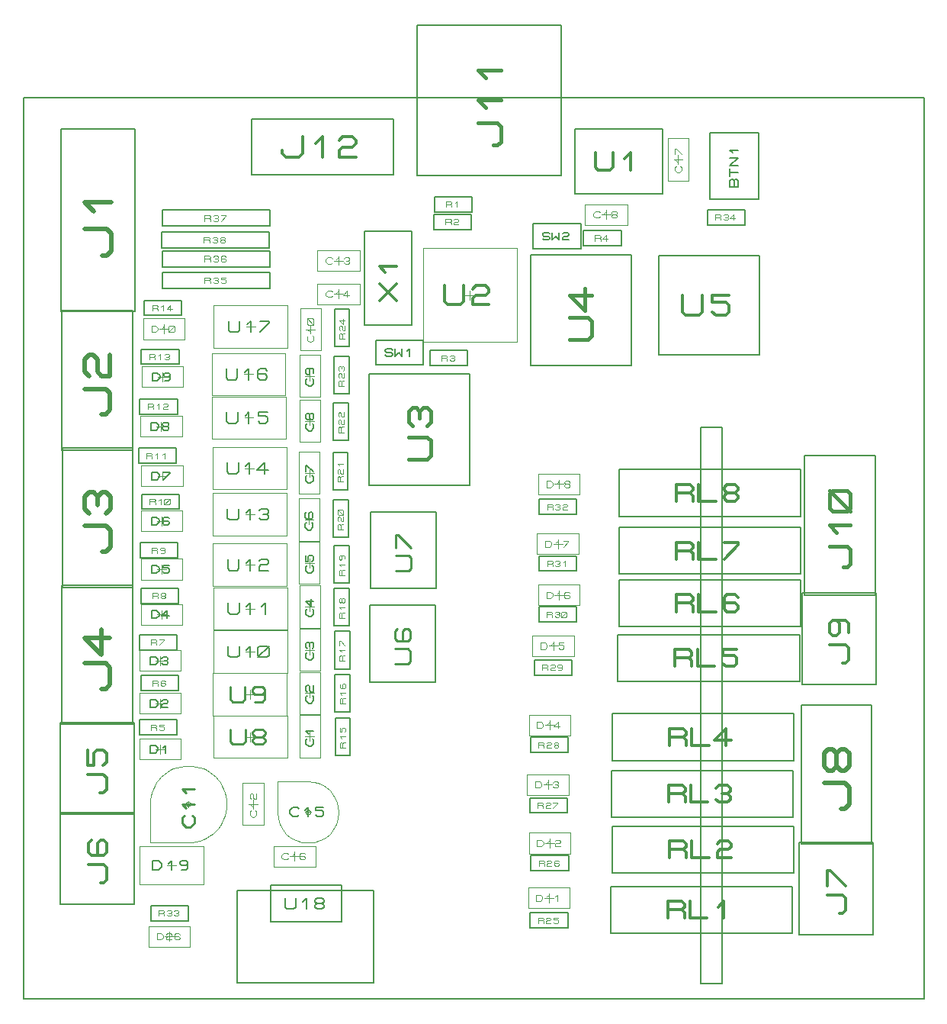
<source format=gbr>
G04 PROTEUS RS274X GERBER FILE*
%FSLAX45Y45*%
%MOMM*%
G01*
%ADD43C,0.203200*%
%ADD69C,0.417580*%
%ADD74C,0.282780*%
%ADD75C,0.050000*%
%ADD76C,0.348330*%
%ADD77C,0.409780*%
%ADD78C,0.372530*%
%ADD79C,0.469390*%
%ADD80C,0.386080*%
%ADD81C,0.312190*%
%ADD82C,0.340100*%
%ADD83C,0.325120*%
%ADD84C,0.141000*%
%ADD85C,0.118750*%
%ADD86C,0.100580*%
%ADD87C,0.275000*%
%ADD88C,0.206250*%
%ADD89C,0.116250*%
%ADD90C,0.316990*%
%ADD91C,0.213750*%
%ADD92C,0.171250*%
%ADD93C,0.178750*%
%ADD94C,0.372190*%
%ADD95C,0.195580*%
%ADD96C,0.132080*%
%ADD97C,0.148000*%
%ADD98C,0.492190*%
%ADD99C,0.106680*%
D43*
X-5000000Y-5000000D02*
X+5000000Y-5000000D01*
X+5000000Y+5000000D01*
X-5000000Y+5000000D01*
X-5000000Y-5000000D01*
X-627000Y+4134620D02*
X+973000Y+4134620D01*
X+973000Y+5804940D01*
X-627000Y+5804940D01*
X-627000Y+4134620D01*
D69*
X+214758Y+4468684D02*
X+256516Y+4468684D01*
X+298274Y+4510442D01*
X+298274Y+4677474D01*
X+256516Y+4719232D01*
X+47726Y+4719232D01*
X+131242Y+4886264D02*
X+47726Y+4969780D01*
X+298274Y+4969780D01*
X+131242Y+5220328D02*
X+47726Y+5303844D01*
X+298274Y+5303844D01*
D43*
X-1152950Y-1485180D02*
X-429050Y-1485180D01*
X-429050Y-636820D01*
X-1152950Y-636820D01*
X-1152950Y-1485180D01*
D74*
X-875835Y-1287228D02*
X-734442Y-1287228D01*
X-706164Y-1258950D01*
X-706164Y-1145836D01*
X-734442Y-1117557D01*
X-875835Y-1117557D01*
X-847557Y-891329D02*
X-875835Y-919608D01*
X-875835Y-1004443D01*
X-847557Y-1032722D01*
X-734442Y-1032722D01*
X-706164Y-1004443D01*
X-706164Y-919608D01*
X-734442Y-891329D01*
X-762721Y-891329D01*
X-791000Y-919608D01*
X-791000Y-1032722D01*
D43*
X-1142950Y-449180D02*
X-419050Y-449180D01*
X-419050Y+399180D01*
X-1142950Y+399180D01*
X-1142950Y-449180D01*
D74*
X-865835Y-251228D02*
X-724442Y-251228D01*
X-696164Y-222950D01*
X-696164Y-109836D01*
X-724442Y-81557D01*
X-865835Y-81557D01*
X-865835Y+3278D02*
X-865835Y+144671D01*
X-837557Y+144671D01*
X-696164Y+3278D01*
D75*
X-563000Y+2287000D02*
X+477000Y+2287000D01*
X+477000Y+3327000D01*
X-563000Y+3327000D01*
X-563000Y+2287000D01*
X-43000Y+2857000D02*
X-43000Y+2757000D01*
X+7000Y+2807000D02*
X-93000Y+2807000D01*
D76*
X-321666Y+2911500D02*
X-321666Y+2737333D01*
X-286833Y+2702500D01*
X-147500Y+2702500D01*
X-112667Y+2737333D01*
X-112667Y+2911500D01*
X-8167Y+2876667D02*
X+26666Y+2911500D01*
X+131166Y+2911500D01*
X+165999Y+2876667D01*
X+165999Y+2841833D01*
X+131166Y+2807000D01*
X+26666Y+2807000D01*
X-8167Y+2772167D01*
X-8167Y+2702500D01*
X+165999Y+2702500D01*
D43*
X-1158800Y+700320D02*
X-41200Y+700320D01*
X-41200Y+1929680D01*
X-1158800Y+1929680D01*
X-1158800Y+700320D01*
D77*
X-722935Y+987172D02*
X-518042Y+987172D01*
X-477064Y+1028150D01*
X-477064Y+1192064D01*
X-518042Y+1233043D01*
X-722935Y+1233043D01*
X-681957Y+1355978D02*
X-722935Y+1396957D01*
X-722935Y+1519892D01*
X-681957Y+1560871D01*
X-640978Y+1560871D01*
X-600000Y+1519892D01*
X-559021Y+1560871D01*
X-518042Y+1560871D01*
X-477064Y+1519892D01*
X-477064Y+1396957D01*
X-518042Y+1355978D01*
X-600000Y+1437935D02*
X-600000Y+1519892D01*
D43*
X+630200Y+2024320D02*
X+1747800Y+2024320D01*
X+1747800Y+3253680D01*
X+630200Y+3253680D01*
X+630200Y+2024320D01*
D77*
X+1066065Y+2311172D02*
X+1270958Y+2311172D01*
X+1311936Y+2352150D01*
X+1311936Y+2516064D01*
X+1270958Y+2557043D01*
X+1066065Y+2557043D01*
X+1229979Y+2884871D02*
X+1229979Y+2639000D01*
X+1066065Y+2802914D01*
X+1311936Y+2802914D01*
D43*
X+2054200Y+2142820D02*
X+3171800Y+2142820D01*
X+3171800Y+3245180D01*
X+2054200Y+3245180D01*
X+2054200Y+2142820D01*
D78*
X+2314974Y+2805760D02*
X+2314974Y+2619493D01*
X+2352227Y+2582240D01*
X+2501240Y+2582240D01*
X+2538493Y+2619493D01*
X+2538493Y+2805760D01*
X+2836519Y+2805760D02*
X+2650253Y+2805760D01*
X+2650253Y+2731253D01*
X+2799266Y+2731253D01*
X+2836519Y+2694000D01*
X+2836519Y+2619493D01*
X+2799266Y+2582240D01*
X+2687506Y+2582240D01*
X+2650253Y+2619493D01*
D43*
X-4570780Y+1088840D02*
X-3788460Y+1088840D01*
X-3788460Y+2633160D01*
X-4570780Y+2633160D01*
X-4570780Y+1088840D01*
D79*
X-4132680Y+1485487D02*
X-4085741Y+1485487D01*
X-4038802Y+1532426D01*
X-4038802Y+1720182D01*
X-4085741Y+1767121D01*
X-4320437Y+1767121D01*
X-4273498Y+1907939D02*
X-4320437Y+1954878D01*
X-4320437Y+2095695D01*
X-4273498Y+2142634D01*
X-4226559Y+2142634D01*
X-4179620Y+2095695D01*
X-4179620Y+1954878D01*
X-4132680Y+1907939D01*
X-4038802Y+1907939D01*
X-4038802Y+2142634D01*
D43*
X-4567780Y-434160D02*
X-3785460Y-434160D01*
X-3785460Y+1110160D01*
X-4567780Y+1110160D01*
X-4567780Y-434160D01*
D79*
X-4129680Y-37513D02*
X-4082741Y-37513D01*
X-4035802Y+9426D01*
X-4035802Y+197182D01*
X-4082741Y+244121D01*
X-4317437Y+244121D01*
X-4270498Y+384939D02*
X-4317437Y+431878D01*
X-4317437Y+572695D01*
X-4270498Y+619634D01*
X-4223559Y+619634D01*
X-4176620Y+572695D01*
X-4129680Y+619634D01*
X-4082741Y+619634D01*
X-4035802Y+572695D01*
X-4035802Y+431878D01*
X-4082741Y+384939D01*
X-4176620Y+478817D02*
X-4176620Y+572695D01*
D43*
X-4570780Y-1957160D02*
X-3788460Y-1957160D01*
X-3788460Y-412840D01*
X-4570780Y-412840D01*
X-4570780Y-1957160D01*
D79*
X-4132680Y-1560513D02*
X-4085741Y-1560513D01*
X-4038802Y-1513574D01*
X-4038802Y-1325818D01*
X-4085741Y-1278879D01*
X-4320437Y-1278879D01*
X-4132680Y-903366D02*
X-4132680Y-1185000D01*
X-4320437Y-997244D01*
X-4038802Y-997244D01*
D43*
X+3637840Y-3286160D02*
X+4420160Y-3286160D01*
X+4420160Y-1741840D01*
X+3637840Y-1741840D01*
X+3637840Y-3286160D01*
D79*
X+4075940Y-2889513D02*
X+4122879Y-2889513D01*
X+4169818Y-2842574D01*
X+4169818Y-2654818D01*
X+4122879Y-2607879D01*
X+3888183Y-2607879D01*
X+4029000Y-2420122D02*
X+3982061Y-2467061D01*
X+3935122Y-2467061D01*
X+3888183Y-2420122D01*
X+3888183Y-2279305D01*
X+3935122Y-2232366D01*
X+3982061Y-2232366D01*
X+4029000Y-2279305D01*
X+4029000Y-2420122D01*
X+4075940Y-2467061D01*
X+4122879Y-2467061D01*
X+4169818Y-2420122D01*
X+4169818Y-2279305D01*
X+4122879Y-2232366D01*
X+4075940Y-2232366D01*
X+4029000Y-2279305D01*
D43*
X+3674840Y-519160D02*
X+4457160Y-519160D01*
X+4457160Y+1025160D01*
X+3674840Y+1025160D01*
X+3674840Y-519160D01*
D80*
X+4104608Y-210296D02*
X+4143216Y-210296D01*
X+4181824Y-171688D01*
X+4181824Y-17256D01*
X+4143216Y+21352D01*
X+3950176Y+21352D01*
X+4027392Y+175784D02*
X+3950176Y+253000D01*
X+4181824Y+253000D01*
X+4143216Y+407432D02*
X+3988784Y+407432D01*
X+3950176Y+446040D01*
X+3950176Y+600472D01*
X+3988784Y+639080D01*
X+4143216Y+639080D01*
X+4181824Y+600472D01*
X+4181824Y+446040D01*
X+4143216Y+407432D01*
X+4181824Y+407432D02*
X+3950176Y+639080D01*
D43*
X+1516840Y-4273160D02*
X+3537160Y-4273160D01*
X+3537160Y-3752840D01*
X+1516840Y-3752840D01*
X+1516840Y-4273160D01*
D81*
X+2152371Y-4106658D02*
X+2152371Y-3919343D01*
X+2308466Y-3919343D01*
X+2339685Y-3950562D01*
X+2339685Y-3981781D01*
X+2308466Y-4013000D01*
X+2152371Y-4013000D01*
X+2308466Y-4013000D02*
X+2339685Y-4044220D01*
X+2339685Y-4106658D01*
X+2402124Y-3919343D02*
X+2402124Y-4106658D01*
X+2589438Y-4106658D01*
X+2714315Y-3981781D02*
X+2776753Y-3919343D01*
X+2776753Y-4106658D01*
D43*
X+1536840Y-3605160D02*
X+3557160Y-3605160D01*
X+3557160Y-3084840D01*
X+1536840Y-3084840D01*
X+1536840Y-3605160D01*
D81*
X+2172371Y-3438658D02*
X+2172371Y-3251343D01*
X+2328466Y-3251343D01*
X+2359685Y-3282562D01*
X+2359685Y-3313781D01*
X+2328466Y-3345000D01*
X+2172371Y-3345000D01*
X+2328466Y-3345000D02*
X+2359685Y-3376220D01*
X+2359685Y-3438658D01*
X+2422124Y-3251343D02*
X+2422124Y-3438658D01*
X+2609438Y-3438658D01*
X+2703096Y-3282562D02*
X+2734315Y-3251343D01*
X+2827972Y-3251343D01*
X+2859191Y-3282562D01*
X+2859191Y-3313781D01*
X+2827972Y-3345000D01*
X+2734315Y-3345000D01*
X+2703096Y-3376220D01*
X+2703096Y-3438658D01*
X+2859191Y-3438658D01*
D43*
X+1526840Y-2987160D02*
X+3547160Y-2987160D01*
X+3547160Y-2466840D01*
X+1526840Y-2466840D01*
X+1526840Y-2987160D01*
D81*
X+2162371Y-2820658D02*
X+2162371Y-2633343D01*
X+2318466Y-2633343D01*
X+2349685Y-2664562D01*
X+2349685Y-2695781D01*
X+2318466Y-2727000D01*
X+2162371Y-2727000D01*
X+2318466Y-2727000D02*
X+2349685Y-2758220D01*
X+2349685Y-2820658D01*
X+2412124Y-2633343D02*
X+2412124Y-2820658D01*
X+2599438Y-2820658D01*
X+2693096Y-2664562D02*
X+2724315Y-2633343D01*
X+2817972Y-2633343D01*
X+2849191Y-2664562D01*
X+2849191Y-2695781D01*
X+2817972Y-2727000D01*
X+2849191Y-2758220D01*
X+2849191Y-2789439D01*
X+2817972Y-2820658D01*
X+2724315Y-2820658D01*
X+2693096Y-2789439D01*
X+2755534Y-2727000D02*
X+2817972Y-2727000D01*
D43*
X+1536840Y-2359160D02*
X+3557160Y-2359160D01*
X+3557160Y-1838840D01*
X+1536840Y-1838840D01*
X+1536840Y-2359160D01*
D81*
X+2172371Y-2192658D02*
X+2172371Y-2005343D01*
X+2328466Y-2005343D01*
X+2359685Y-2036562D01*
X+2359685Y-2067781D01*
X+2328466Y-2099000D01*
X+2172371Y-2099000D01*
X+2328466Y-2099000D02*
X+2359685Y-2130220D01*
X+2359685Y-2192658D01*
X+2422124Y-2005343D02*
X+2422124Y-2192658D01*
X+2609438Y-2192658D01*
X+2859191Y-2130220D02*
X+2671877Y-2130220D01*
X+2796753Y-2005343D01*
X+2796753Y-2192658D01*
D43*
X+1599840Y-1480160D02*
X+3620160Y-1480160D01*
X+3620160Y-959840D01*
X+1599840Y-959840D01*
X+1599840Y-1480160D01*
D81*
X+2235371Y-1313658D02*
X+2235371Y-1126343D01*
X+2391466Y-1126343D01*
X+2422685Y-1157562D01*
X+2422685Y-1188781D01*
X+2391466Y-1220000D01*
X+2235371Y-1220000D01*
X+2391466Y-1220000D02*
X+2422685Y-1251220D01*
X+2422685Y-1313658D01*
X+2485124Y-1126343D02*
X+2485124Y-1313658D01*
X+2672438Y-1313658D01*
X+2922191Y-1126343D02*
X+2766096Y-1126343D01*
X+2766096Y-1188781D01*
X+2890972Y-1188781D01*
X+2922191Y-1220000D01*
X+2922191Y-1282439D01*
X+2890972Y-1313658D01*
X+2797315Y-1313658D01*
X+2766096Y-1282439D01*
D43*
X+1612840Y-871160D02*
X+3633160Y-871160D01*
X+3633160Y-350840D01*
X+1612840Y-350840D01*
X+1612840Y-871160D01*
D81*
X+2248371Y-704658D02*
X+2248371Y-517343D01*
X+2404466Y-517343D01*
X+2435685Y-548562D01*
X+2435685Y-579781D01*
X+2404466Y-611000D01*
X+2248371Y-611000D01*
X+2404466Y-611000D02*
X+2435685Y-642220D01*
X+2435685Y-704658D01*
X+2498124Y-517343D02*
X+2498124Y-704658D01*
X+2685438Y-704658D01*
X+2935191Y-548562D02*
X+2903972Y-517343D01*
X+2810315Y-517343D01*
X+2779096Y-548562D01*
X+2779096Y-673439D01*
X+2810315Y-704658D01*
X+2903972Y-704658D01*
X+2935191Y-673439D01*
X+2935191Y-642220D01*
X+2903972Y-611000D01*
X+2779096Y-611000D01*
D43*
X+1612840Y-289160D02*
X+3633160Y-289160D01*
X+3633160Y+231160D01*
X+1612840Y+231160D01*
X+1612840Y-289160D01*
D81*
X+2248371Y-122658D02*
X+2248371Y+64657D01*
X+2404466Y+64657D01*
X+2435685Y+33438D01*
X+2435685Y+2219D01*
X+2404466Y-29000D01*
X+2248371Y-29000D01*
X+2404466Y-29000D02*
X+2435685Y-60220D01*
X+2435685Y-122658D01*
X+2498124Y+64657D02*
X+2498124Y-122658D01*
X+2685438Y-122658D01*
X+2779096Y+64657D02*
X+2935191Y+64657D01*
X+2935191Y+33438D01*
X+2779096Y-122658D01*
D43*
X+1612840Y+352840D02*
X+3633160Y+352840D01*
X+3633160Y+873160D01*
X+1612840Y+873160D01*
X+1612840Y+352840D01*
D81*
X+2248371Y+519342D02*
X+2248371Y+706657D01*
X+2404466Y+706657D01*
X+2435685Y+675438D01*
X+2435685Y+644219D01*
X+2404466Y+613000D01*
X+2248371Y+613000D01*
X+2404466Y+613000D02*
X+2435685Y+581780D01*
X+2435685Y+519342D01*
X+2498124Y+706657D02*
X+2498124Y+519342D01*
X+2685438Y+519342D01*
X+2810315Y+613000D02*
X+2779096Y+644219D01*
X+2779096Y+675438D01*
X+2810315Y+706657D01*
X+2903972Y+706657D01*
X+2935191Y+675438D01*
X+2935191Y+644219D01*
X+2903972Y+613000D01*
X+2810315Y+613000D01*
X+2779096Y+581780D01*
X+2779096Y+550561D01*
X+2810315Y+519342D01*
X+2903972Y+519342D01*
X+2935191Y+550561D01*
X+2935191Y+581780D01*
X+2903972Y+613000D01*
D43*
X+3613840Y-4289160D02*
X+4434160Y-4289160D01*
X+4434160Y-3268840D01*
X+3613840Y-3268840D01*
X+3613840Y-4289160D01*
D82*
X+4058011Y-4051084D02*
X+4092022Y-4051084D01*
X+4126032Y-4017074D01*
X+4126032Y-3881032D01*
X+4092022Y-3847021D01*
X+3921969Y-3847021D01*
X+3921969Y-3744990D02*
X+3921969Y-3574937D01*
X+3955979Y-3574937D01*
X+4126032Y-3744990D01*
D43*
X+3646840Y-1517160D02*
X+4467160Y-1517160D01*
X+4467160Y-496840D01*
X+3646840Y-496840D01*
X+3646840Y-1517160D01*
D82*
X+4091011Y-1279084D02*
X+4125022Y-1279084D01*
X+4159032Y-1245074D01*
X+4159032Y-1109032D01*
X+4125022Y-1075021D01*
X+3954969Y-1075021D01*
X+4022990Y-802937D02*
X+4057000Y-836948D01*
X+4057000Y-938979D01*
X+4022990Y-972990D01*
X+3988979Y-972990D01*
X+3954969Y-938979D01*
X+3954969Y-836948D01*
X+3988979Y-802937D01*
X+4125022Y-802937D01*
X+4159032Y-836948D01*
X+4159032Y-938979D01*
D43*
X-4591780Y-2954160D02*
X-3771460Y-2954160D01*
X-3771460Y-1933840D01*
X-4591780Y-1933840D01*
X-4591780Y-2954160D01*
D82*
X-4147609Y-2716084D02*
X-4113598Y-2716084D01*
X-4079588Y-2682074D01*
X-4079588Y-2546032D01*
X-4113598Y-2512021D01*
X-4283651Y-2512021D01*
X-4283651Y-2239937D02*
X-4283651Y-2409990D01*
X-4215630Y-2409990D01*
X-4215630Y-2273948D01*
X-4181620Y-2239937D01*
X-4113598Y-2239937D01*
X-4079588Y-2273948D01*
X-4079588Y-2375979D01*
X-4113598Y-2409990D01*
D43*
X-4590780Y-3952160D02*
X-3770460Y-3952160D01*
X-3770460Y-2931840D01*
X-4590780Y-2931840D01*
X-4590780Y-3952160D01*
D82*
X-4146609Y-3714084D02*
X-4112598Y-3714084D01*
X-4078588Y-3680074D01*
X-4078588Y-3544032D01*
X-4112598Y-3510021D01*
X-4282651Y-3510021D01*
X-4248641Y-3237937D02*
X-4282651Y-3271948D01*
X-4282651Y-3373979D01*
X-4248641Y-3407990D01*
X-4112598Y-3407990D01*
X-4078588Y-3373979D01*
X-4078588Y-3271948D01*
X-4112598Y-3237937D01*
X-4146609Y-3237937D01*
X-4180620Y-3271948D01*
X-4180620Y-3407990D01*
D43*
X+1120320Y+3928050D02*
X+2095680Y+3928050D01*
X+2095680Y+4651950D01*
X+1120320Y+4651950D01*
X+1120320Y+3928050D01*
D83*
X+1347904Y+4387536D02*
X+1347904Y+4224976D01*
X+1380416Y+4192464D01*
X+1510464Y+4192464D01*
X+1542976Y+4224976D01*
X+1542976Y+4387536D01*
X+1673024Y+4322512D02*
X+1738048Y+4387536D01*
X+1738048Y+4192464D01*
D75*
X-1705000Y-2325000D02*
X-1705000Y-1855000D01*
X-1935000Y-1855000D01*
X-1935000Y-2325000D01*
X-1705000Y-2325000D01*
X-1870000Y-2090000D02*
X-1770000Y-2090000D01*
X-1820000Y-2040000D02*
X-1820000Y-2140000D01*
D84*
X-1791800Y-2118200D02*
X-1777700Y-2132300D01*
X-1777700Y-2174600D01*
X-1805900Y-2202800D01*
X-1834100Y-2202800D01*
X-1862300Y-2174600D01*
X-1862300Y-2132300D01*
X-1848200Y-2118200D01*
X-1834100Y-2061800D02*
X-1862300Y-2033600D01*
X-1777700Y-2033600D01*
D75*
X-1705000Y-1845000D02*
X-1705000Y-1375000D01*
X-1935000Y-1375000D01*
X-1935000Y-1845000D01*
X-1705000Y-1845000D01*
X-1870000Y-1610000D02*
X-1770000Y-1610000D01*
X-1820000Y-1560000D02*
X-1820000Y-1660000D01*
D84*
X-1791800Y-1638200D02*
X-1777700Y-1652300D01*
X-1777700Y-1694600D01*
X-1805900Y-1722800D01*
X-1834100Y-1722800D01*
X-1862300Y-1694600D01*
X-1862300Y-1652300D01*
X-1848200Y-1638200D01*
X-1848200Y-1595900D02*
X-1862300Y-1581800D01*
X-1862300Y-1539500D01*
X-1848200Y-1525400D01*
X-1834100Y-1525400D01*
X-1820000Y-1539500D01*
X-1820000Y-1581800D01*
X-1805900Y-1595900D01*
X-1777700Y-1595900D01*
X-1777700Y-1525400D01*
D75*
X-1705000Y-1365000D02*
X-1705000Y-895000D01*
X-1935000Y-895000D01*
X-1935000Y-1365000D01*
X-1705000Y-1365000D01*
X-1870000Y-1130000D02*
X-1770000Y-1130000D01*
X-1820000Y-1080000D02*
X-1820000Y-1180000D01*
D84*
X-1791800Y-1158200D02*
X-1777700Y-1172300D01*
X-1777700Y-1214600D01*
X-1805900Y-1242800D01*
X-1834100Y-1242800D01*
X-1862300Y-1214600D01*
X-1862300Y-1172300D01*
X-1848200Y-1158200D01*
X-1848200Y-1115900D02*
X-1862300Y-1101800D01*
X-1862300Y-1059500D01*
X-1848200Y-1045400D01*
X-1834100Y-1045400D01*
X-1820000Y-1059500D01*
X-1805900Y-1045400D01*
X-1791800Y-1045400D01*
X-1777700Y-1059500D01*
X-1777700Y-1101800D01*
X-1791800Y-1115900D01*
X-1820000Y-1087700D02*
X-1820000Y-1059500D01*
D75*
X-1705000Y-883000D02*
X-1705000Y-413000D01*
X-1935000Y-413000D01*
X-1935000Y-883000D01*
X-1705000Y-883000D01*
X-1870000Y-648000D02*
X-1770000Y-648000D01*
X-1820000Y-598000D02*
X-1820000Y-698000D01*
D84*
X-1791800Y-676200D02*
X-1777700Y-690300D01*
X-1777700Y-732600D01*
X-1805900Y-760800D01*
X-1834100Y-760800D01*
X-1862300Y-732600D01*
X-1862300Y-690300D01*
X-1848200Y-676200D01*
X-1805900Y-563400D02*
X-1805900Y-648000D01*
X-1862300Y-591600D01*
X-1777700Y-591600D01*
D75*
X-1709000Y-399000D02*
X-1709000Y+71000D01*
X-1939000Y+71000D01*
X-1939000Y-399000D01*
X-1709000Y-399000D01*
X-1874000Y-164000D02*
X-1774000Y-164000D01*
X-1824000Y-114000D02*
X-1824000Y-214000D01*
D84*
X-1795800Y-192200D02*
X-1781700Y-206300D01*
X-1781700Y-248600D01*
X-1809900Y-276800D01*
X-1838100Y-276800D01*
X-1866300Y-248600D01*
X-1866300Y-206300D01*
X-1852200Y-192200D01*
X-1866300Y-79400D02*
X-1866300Y-149900D01*
X-1838100Y-149900D01*
X-1838100Y-93500D01*
X-1824000Y-79400D01*
X-1795800Y-79400D01*
X-1781700Y-93500D01*
X-1781700Y-135800D01*
X-1795800Y-149900D01*
D75*
X-1713000Y+79000D02*
X-1713000Y+549000D01*
X-1943000Y+549000D01*
X-1943000Y+79000D01*
X-1713000Y+79000D01*
X-1878000Y+314000D02*
X-1778000Y+314000D01*
X-1828000Y+364000D02*
X-1828000Y+264000D01*
D84*
X-1799800Y+285800D02*
X-1785700Y+271700D01*
X-1785700Y+229400D01*
X-1813900Y+201200D01*
X-1842100Y+201200D01*
X-1870300Y+229400D01*
X-1870300Y+271700D01*
X-1856200Y+285800D01*
X-1856200Y+398600D02*
X-1870300Y+384500D01*
X-1870300Y+342200D01*
X-1856200Y+328100D01*
X-1799800Y+328100D01*
X-1785700Y+342200D01*
X-1785700Y+384500D01*
X-1799800Y+398600D01*
X-1813900Y+398600D01*
X-1828000Y+384500D01*
X-1828000Y+328100D01*
D75*
X-1710000Y+601000D02*
X-1710000Y+1071000D01*
X-1940000Y+1071000D01*
X-1940000Y+601000D01*
X-1710000Y+601000D01*
X-1875000Y+836000D02*
X-1775000Y+836000D01*
X-1825000Y+886000D02*
X-1825000Y+786000D01*
D84*
X-1796800Y+807800D02*
X-1782700Y+793700D01*
X-1782700Y+751400D01*
X-1810900Y+723200D01*
X-1839100Y+723200D01*
X-1867300Y+751400D01*
X-1867300Y+793700D01*
X-1853200Y+807800D01*
X-1867300Y+850100D02*
X-1867300Y+920600D01*
X-1853200Y+920600D01*
X-1782700Y+850100D01*
D75*
X-1706000Y+1177000D02*
X-1706000Y+1647000D01*
X-1936000Y+1647000D01*
X-1936000Y+1177000D01*
X-1706000Y+1177000D01*
X-1871000Y+1412000D02*
X-1771000Y+1412000D01*
X-1821000Y+1462000D02*
X-1821000Y+1362000D01*
D84*
X-1792800Y+1383800D02*
X-1778700Y+1369700D01*
X-1778700Y+1327400D01*
X-1806900Y+1299200D01*
X-1835100Y+1299200D01*
X-1863300Y+1327400D01*
X-1863300Y+1369700D01*
X-1849200Y+1383800D01*
X-1821000Y+1440200D02*
X-1835100Y+1426100D01*
X-1849200Y+1426100D01*
X-1863300Y+1440200D01*
X-1863300Y+1482500D01*
X-1849200Y+1496600D01*
X-1835100Y+1496600D01*
X-1821000Y+1482500D01*
X-1821000Y+1440200D01*
X-1806900Y+1426100D01*
X-1792800Y+1426100D01*
X-1778700Y+1440200D01*
X-1778700Y+1482500D01*
X-1792800Y+1496600D01*
X-1806900Y+1496600D01*
X-1821000Y+1482500D01*
D75*
X-1705000Y+1675000D02*
X-1705000Y+2145000D01*
X-1935000Y+2145000D01*
X-1935000Y+1675000D01*
X-1705000Y+1675000D01*
X-1870000Y+1910000D02*
X-1770000Y+1910000D01*
X-1820000Y+1960000D02*
X-1820000Y+1860000D01*
D84*
X-1791800Y+1881800D02*
X-1777700Y+1867700D01*
X-1777700Y+1825400D01*
X-1805900Y+1797200D01*
X-1834100Y+1797200D01*
X-1862300Y+1825400D01*
X-1862300Y+1867700D01*
X-1848200Y+1881800D01*
X-1834100Y+1994600D02*
X-1820000Y+1980500D01*
X-1820000Y+1938200D01*
X-1834100Y+1924100D01*
X-1848200Y+1924100D01*
X-1862300Y+1938200D01*
X-1862300Y+1980500D01*
X-1848200Y+1994600D01*
X-1791800Y+1994600D01*
X-1777700Y+1980500D01*
X-1777700Y+1938200D01*
D75*
X-1699000Y+2193000D02*
X-1699000Y+2663000D01*
X-1929000Y+2663000D01*
X-1929000Y+2193000D01*
X-1699000Y+2193000D01*
X-1864000Y+2428000D02*
X-1764000Y+2428000D01*
X-1814000Y+2478000D02*
X-1814000Y+2378000D01*
D85*
X-1790250Y+2356750D02*
X-1778375Y+2344875D01*
X-1778375Y+2309250D01*
X-1802125Y+2285500D01*
X-1825875Y+2285500D01*
X-1849625Y+2309250D01*
X-1849625Y+2344875D01*
X-1837750Y+2356750D01*
X-1825875Y+2404250D02*
X-1849625Y+2428000D01*
X-1778375Y+2428000D01*
X-1790250Y+2475500D02*
X-1837750Y+2475500D01*
X-1849625Y+2487375D01*
X-1849625Y+2534875D01*
X-1837750Y+2546750D01*
X-1790250Y+2546750D01*
X-1778375Y+2534875D01*
X-1778375Y+2487375D01*
X-1790250Y+2475500D01*
X-1778375Y+2475500D02*
X-1849625Y+2546750D01*
D43*
X-437760Y+3731180D02*
X-21200Y+3731180D01*
X-21200Y+3898820D01*
X-437760Y+3898820D01*
X-437760Y+3731180D01*
D86*
X-309947Y+3784824D02*
X-309947Y+3845175D01*
X-259656Y+3845175D01*
X-249597Y+3835116D01*
X-249597Y+3825058D01*
X-259656Y+3815000D01*
X-309947Y+3815000D01*
X-259656Y+3815000D02*
X-249597Y+3804941D01*
X-249597Y+3784824D01*
X-209364Y+3825058D02*
X-189247Y+3845175D01*
X-189247Y+3784824D01*
D43*
X-440800Y+3536180D02*
X-24240Y+3536180D01*
X-24240Y+3703820D01*
X-440800Y+3703820D01*
X-440800Y+3536180D01*
D86*
X-312987Y+3589824D02*
X-312987Y+3650175D01*
X-262696Y+3650175D01*
X-252637Y+3640116D01*
X-252637Y+3630058D01*
X-262696Y+3620000D01*
X-312987Y+3620000D01*
X-262696Y+3620000D02*
X-252637Y+3609941D01*
X-252637Y+3589824D01*
X-222462Y+3640116D02*
X-212404Y+3650175D01*
X-182229Y+3650175D01*
X-172170Y+3640116D01*
X-172170Y+3630058D01*
X-182229Y+3620000D01*
X-212404Y+3620000D01*
X-222462Y+3609941D01*
X-222462Y+3589824D01*
X-172170Y+3589824D01*
D43*
X-485760Y+2026180D02*
X-69200Y+2026180D01*
X-69200Y+2193820D01*
X-485760Y+2193820D01*
X-485760Y+2026180D01*
D86*
X-357947Y+2079824D02*
X-357947Y+2140175D01*
X-307656Y+2140175D01*
X-297597Y+2130116D01*
X-297597Y+2120058D01*
X-307656Y+2110000D01*
X-357947Y+2110000D01*
X-307656Y+2110000D02*
X-297597Y+2099941D01*
X-297597Y+2079824D01*
X-267422Y+2130116D02*
X-257364Y+2140175D01*
X-227189Y+2140175D01*
X-217130Y+2130116D01*
X-217130Y+2120058D01*
X-227189Y+2110000D01*
X-217130Y+2099941D01*
X-217130Y+2089883D01*
X-227189Y+2079824D01*
X-257364Y+2079824D01*
X-267422Y+2089883D01*
X-247305Y+2110000D02*
X-227189Y+2110000D01*
D43*
X+1219200Y+3356180D02*
X+1635760Y+3356180D01*
X+1635760Y+3523820D01*
X+1219200Y+3523820D01*
X+1219200Y+3356180D01*
D86*
X+1347013Y+3409824D02*
X+1347013Y+3470175D01*
X+1397304Y+3470175D01*
X+1407363Y+3460116D01*
X+1407363Y+3450058D01*
X+1397304Y+3440000D01*
X+1347013Y+3440000D01*
X+1397304Y+3440000D02*
X+1407363Y+3429941D01*
X+1407363Y+3409824D01*
X+1487830Y+3429941D02*
X+1427480Y+3429941D01*
X+1467713Y+3470175D01*
X+1467713Y+3409824D01*
D43*
X-1538820Y-2300760D02*
X-1371180Y-2300760D01*
X-1371180Y-1884200D01*
X-1538820Y-1884200D01*
X-1538820Y-2300760D01*
D86*
X-1424824Y-2213180D02*
X-1485175Y-2213180D01*
X-1485175Y-2162889D01*
X-1475116Y-2152830D01*
X-1465058Y-2152830D01*
X-1455000Y-2162889D01*
X-1455000Y-2213180D01*
X-1455000Y-2162889D02*
X-1444941Y-2152830D01*
X-1424824Y-2152830D01*
X-1465058Y-2112597D02*
X-1485175Y-2092480D01*
X-1424824Y-2092480D01*
X-1485175Y-1991896D02*
X-1485175Y-2042188D01*
X-1465058Y-2042188D01*
X-1465058Y-2001955D01*
X-1455000Y-1991896D01*
X-1434883Y-1991896D01*
X-1424824Y-2001955D01*
X-1424824Y-2032130D01*
X-1434883Y-2042188D01*
D43*
X-1540820Y-1815760D02*
X-1373180Y-1815760D01*
X-1373180Y-1399200D01*
X-1540820Y-1399200D01*
X-1540820Y-1815760D01*
D86*
X-1426824Y-1728180D02*
X-1487175Y-1728180D01*
X-1487175Y-1677889D01*
X-1477116Y-1667830D01*
X-1467058Y-1667830D01*
X-1457000Y-1677889D01*
X-1457000Y-1728180D01*
X-1457000Y-1677889D02*
X-1446941Y-1667830D01*
X-1426824Y-1667830D01*
X-1467058Y-1627597D02*
X-1487175Y-1607480D01*
X-1426824Y-1607480D01*
X-1477116Y-1506896D02*
X-1487175Y-1516955D01*
X-1487175Y-1547130D01*
X-1477116Y-1557188D01*
X-1436883Y-1557188D01*
X-1426824Y-1547130D01*
X-1426824Y-1516955D01*
X-1436883Y-1506896D01*
X-1446941Y-1506896D01*
X-1457000Y-1516955D01*
X-1457000Y-1557188D01*
D43*
X-1543820Y-1340800D02*
X-1376180Y-1340800D01*
X-1376180Y-924240D01*
X-1543820Y-924240D01*
X-1543820Y-1340800D01*
D86*
X-1429824Y-1253220D02*
X-1490175Y-1253220D01*
X-1490175Y-1202929D01*
X-1480116Y-1192870D01*
X-1470058Y-1192870D01*
X-1460000Y-1202929D01*
X-1460000Y-1253220D01*
X-1460000Y-1202929D02*
X-1449941Y-1192870D01*
X-1429824Y-1192870D01*
X-1470058Y-1152637D02*
X-1490175Y-1132520D01*
X-1429824Y-1132520D01*
X-1490175Y-1082228D02*
X-1490175Y-1031936D01*
X-1480116Y-1031936D01*
X-1429824Y-1082228D01*
D43*
X-1549820Y-862760D02*
X-1382180Y-862760D01*
X-1382180Y-446200D01*
X-1549820Y-446200D01*
X-1549820Y-862760D01*
D86*
X-1435824Y-775180D02*
X-1496175Y-775180D01*
X-1496175Y-724889D01*
X-1486116Y-714830D01*
X-1476058Y-714830D01*
X-1466000Y-724889D01*
X-1466000Y-775180D01*
X-1466000Y-724889D02*
X-1455941Y-714830D01*
X-1435824Y-714830D01*
X-1476058Y-674597D02*
X-1496175Y-654480D01*
X-1435824Y-654480D01*
X-1466000Y-594130D02*
X-1476058Y-604188D01*
X-1486116Y-604188D01*
X-1496175Y-594130D01*
X-1496175Y-563955D01*
X-1486116Y-553896D01*
X-1476058Y-553896D01*
X-1466000Y-563955D01*
X-1466000Y-594130D01*
X-1455941Y-604188D01*
X-1445883Y-604188D01*
X-1435824Y-594130D01*
X-1435824Y-563955D01*
X-1445883Y-553896D01*
X-1455941Y-553896D01*
X-1466000Y-563955D01*
D43*
X-1549820Y-388760D02*
X-1382180Y-388760D01*
X-1382180Y+27800D01*
X-1549820Y+27800D01*
X-1549820Y-388760D01*
D86*
X-1435824Y-301180D02*
X-1496175Y-301180D01*
X-1496175Y-250889D01*
X-1486116Y-240830D01*
X-1476058Y-240830D01*
X-1466000Y-250889D01*
X-1466000Y-301180D01*
X-1466000Y-250889D02*
X-1455941Y-240830D01*
X-1435824Y-240830D01*
X-1476058Y-200597D02*
X-1496175Y-180480D01*
X-1435824Y-180480D01*
X-1476058Y-79896D02*
X-1466000Y-89955D01*
X-1466000Y-120130D01*
X-1476058Y-130188D01*
X-1486116Y-130188D01*
X-1496175Y-120130D01*
X-1496175Y-89955D01*
X-1486116Y-79896D01*
X-1445883Y-79896D01*
X-1435824Y-89955D01*
X-1435824Y-120130D01*
D43*
X-1562820Y+118240D02*
X-1395180Y+118240D01*
X-1395180Y+534800D01*
X-1562820Y+534800D01*
X-1562820Y+118240D01*
D86*
X-1448824Y+205820D02*
X-1509175Y+205820D01*
X-1509175Y+256111D01*
X-1499116Y+266170D01*
X-1489058Y+266170D01*
X-1479000Y+256111D01*
X-1479000Y+205820D01*
X-1479000Y+256111D02*
X-1468941Y+266170D01*
X-1448824Y+266170D01*
X-1499116Y+296345D02*
X-1509175Y+306403D01*
X-1509175Y+336578D01*
X-1499116Y+346637D01*
X-1489058Y+346637D01*
X-1479000Y+336578D01*
X-1479000Y+306403D01*
X-1468941Y+296345D01*
X-1448824Y+296345D01*
X-1448824Y+346637D01*
X-1458883Y+366754D02*
X-1499116Y+366754D01*
X-1509175Y+376812D01*
X-1509175Y+417045D01*
X-1499116Y+427104D01*
X-1458883Y+427104D01*
X-1448824Y+417045D01*
X-1448824Y+376812D01*
X-1458883Y+366754D01*
X-1448824Y+366754D02*
X-1509175Y+427104D01*
D43*
X-1564820Y+647240D02*
X-1397180Y+647240D01*
X-1397180Y+1063800D01*
X-1564820Y+1063800D01*
X-1564820Y+647240D01*
D86*
X-1450824Y+734820D02*
X-1511175Y+734820D01*
X-1511175Y+785111D01*
X-1501116Y+795170D01*
X-1491058Y+795170D01*
X-1481000Y+785111D01*
X-1481000Y+734820D01*
X-1481000Y+785111D02*
X-1470941Y+795170D01*
X-1450824Y+795170D01*
X-1501116Y+825345D02*
X-1511175Y+835403D01*
X-1511175Y+865578D01*
X-1501116Y+875637D01*
X-1491058Y+875637D01*
X-1481000Y+865578D01*
X-1481000Y+835403D01*
X-1470941Y+825345D01*
X-1450824Y+825345D01*
X-1450824Y+875637D01*
X-1491058Y+915870D02*
X-1511175Y+935987D01*
X-1450824Y+935987D01*
D43*
X-1558820Y+1197240D02*
X-1391180Y+1197240D01*
X-1391180Y+1613800D01*
X-1558820Y+1613800D01*
X-1558820Y+1197240D01*
D86*
X-1444824Y+1284820D02*
X-1505175Y+1284820D01*
X-1505175Y+1335111D01*
X-1495116Y+1345170D01*
X-1485058Y+1345170D01*
X-1475000Y+1335111D01*
X-1475000Y+1284820D01*
X-1475000Y+1335111D02*
X-1464941Y+1345170D01*
X-1444824Y+1345170D01*
X-1495116Y+1375345D02*
X-1505175Y+1385403D01*
X-1505175Y+1415578D01*
X-1495116Y+1425637D01*
X-1485058Y+1425637D01*
X-1475000Y+1415578D01*
X-1475000Y+1385403D01*
X-1464941Y+1375345D01*
X-1444824Y+1375345D01*
X-1444824Y+1425637D01*
X-1495116Y+1455812D02*
X-1505175Y+1465870D01*
X-1505175Y+1496045D01*
X-1495116Y+1506104D01*
X-1485058Y+1506104D01*
X-1475000Y+1496045D01*
X-1475000Y+1465870D01*
X-1464941Y+1455812D01*
X-1444824Y+1455812D01*
X-1444824Y+1506104D01*
D43*
X-1553820Y+1709200D02*
X-1386180Y+1709200D01*
X-1386180Y+2125760D01*
X-1553820Y+2125760D01*
X-1553820Y+1709200D01*
D86*
X-1439824Y+1796780D02*
X-1500175Y+1796780D01*
X-1500175Y+1847071D01*
X-1490116Y+1857130D01*
X-1480058Y+1857130D01*
X-1470000Y+1847071D01*
X-1470000Y+1796780D01*
X-1470000Y+1847071D02*
X-1459941Y+1857130D01*
X-1439824Y+1857130D01*
X-1490116Y+1887305D02*
X-1500175Y+1897363D01*
X-1500175Y+1927538D01*
X-1490116Y+1937597D01*
X-1480058Y+1937597D01*
X-1470000Y+1927538D01*
X-1470000Y+1897363D01*
X-1459941Y+1887305D01*
X-1439824Y+1887305D01*
X-1439824Y+1937597D01*
X-1490116Y+1967772D02*
X-1500175Y+1977830D01*
X-1500175Y+2008005D01*
X-1490116Y+2018064D01*
X-1480058Y+2018064D01*
X-1470000Y+2008005D01*
X-1459941Y+2018064D01*
X-1449883Y+2018064D01*
X-1439824Y+2008005D01*
X-1439824Y+1977830D01*
X-1449883Y+1967772D01*
X-1470000Y+1987889D02*
X-1470000Y+2008005D01*
D43*
X-1546820Y+2236240D02*
X-1379180Y+2236240D01*
X-1379180Y+2652800D01*
X-1546820Y+2652800D01*
X-1546820Y+2236240D01*
D86*
X-1432824Y+2323820D02*
X-1493175Y+2323820D01*
X-1493175Y+2374111D01*
X-1483116Y+2384170D01*
X-1473058Y+2384170D01*
X-1463000Y+2374111D01*
X-1463000Y+2323820D01*
X-1463000Y+2374111D02*
X-1452941Y+2384170D01*
X-1432824Y+2384170D01*
X-1483116Y+2414345D02*
X-1493175Y+2424403D01*
X-1493175Y+2454578D01*
X-1483116Y+2464637D01*
X-1473058Y+2464637D01*
X-1463000Y+2454578D01*
X-1463000Y+2424403D01*
X-1452941Y+2414345D01*
X-1432824Y+2414345D01*
X-1432824Y+2464637D01*
X-1452941Y+2545104D02*
X-1452941Y+2484754D01*
X-1493175Y+2524987D01*
X-1432824Y+2524987D01*
D75*
X-2892000Y-2330000D02*
X-2072000Y-2330000D01*
X-2072000Y-1860000D01*
X-2892000Y-1860000D01*
X-2892000Y-2330000D01*
X-2482000Y-2045000D02*
X-2482000Y-2145000D01*
X-2432000Y-2095000D02*
X-2532000Y-2095000D01*
D87*
X-2702000Y-2012500D02*
X-2702000Y-2150000D01*
X-2674500Y-2177500D01*
X-2564500Y-2177500D01*
X-2537000Y-2150000D01*
X-2537000Y-2012500D01*
X-2427000Y-2095000D02*
X-2454500Y-2067500D01*
X-2454500Y-2040000D01*
X-2427000Y-2012500D01*
X-2344500Y-2012500D01*
X-2317000Y-2040000D01*
X-2317000Y-2067500D01*
X-2344500Y-2095000D01*
X-2427000Y-2095000D01*
X-2454500Y-2122500D01*
X-2454500Y-2150000D01*
X-2427000Y-2177500D01*
X-2344500Y-2177500D01*
X-2317000Y-2150000D01*
X-2317000Y-2122500D01*
X-2344500Y-2095000D01*
D75*
X-3710000Y-2345000D02*
X-3250000Y-2345000D01*
X-3250000Y-2115000D01*
X-3710000Y-2115000D01*
X-3710000Y-2345000D01*
X-3480000Y-2180000D02*
X-3480000Y-2280000D01*
X-3430000Y-2230000D02*
X-3530000Y-2230000D01*
D84*
X-3592800Y-2272300D02*
X-3592800Y-2187700D01*
X-3536400Y-2187700D01*
X-3508200Y-2215900D01*
X-3508200Y-2244100D01*
X-3536400Y-2272300D01*
X-3592800Y-2272300D01*
X-3451800Y-2215900D02*
X-3423600Y-2187700D01*
X-3423600Y-2272300D01*
D43*
X-3710800Y-2073820D02*
X-3294240Y-2073820D01*
X-3294240Y-1906180D01*
X-3710800Y-1906180D01*
X-3710800Y-2073820D01*
D86*
X-3582987Y-2020176D02*
X-3582987Y-1959825D01*
X-3532696Y-1959825D01*
X-3522637Y-1969884D01*
X-3522637Y-1979942D01*
X-3532696Y-1990000D01*
X-3582987Y-1990000D01*
X-3532696Y-1990000D02*
X-3522637Y-2000059D01*
X-3522637Y-2020176D01*
X-3442170Y-1959825D02*
X-3492462Y-1959825D01*
X-3492462Y-1979942D01*
X-3452229Y-1979942D01*
X-3442170Y-1990000D01*
X-3442170Y-2010117D01*
X-3452229Y-2020176D01*
X-3482404Y-2020176D01*
X-3492462Y-2010117D01*
D75*
X-2895000Y-1857000D02*
X-2075000Y-1857000D01*
X-2075000Y-1387000D01*
X-2895000Y-1387000D01*
X-2895000Y-1857000D01*
X-2485000Y-1572000D02*
X-2485000Y-1672000D01*
X-2435000Y-1622000D02*
X-2535000Y-1622000D01*
D87*
X-2705000Y-1539500D02*
X-2705000Y-1677000D01*
X-2677500Y-1704500D01*
X-2567500Y-1704500D01*
X-2540000Y-1677000D01*
X-2540000Y-1539500D01*
X-2320000Y-1594500D02*
X-2347500Y-1622000D01*
X-2430000Y-1622000D01*
X-2457500Y-1594500D01*
X-2457500Y-1567000D01*
X-2430000Y-1539500D01*
X-2347500Y-1539500D01*
X-2320000Y-1567000D01*
X-2320000Y-1677000D01*
X-2347500Y-1704500D01*
X-2430000Y-1704500D01*
D75*
X-3711000Y-1839000D02*
X-3251000Y-1839000D01*
X-3251000Y-1609000D01*
X-3711000Y-1609000D01*
X-3711000Y-1839000D01*
X-3481000Y-1674000D02*
X-3481000Y-1774000D01*
X-3431000Y-1724000D02*
X-3531000Y-1724000D01*
D84*
X-3593800Y-1766300D02*
X-3593800Y-1681700D01*
X-3537400Y-1681700D01*
X-3509200Y-1709900D01*
X-3509200Y-1738100D01*
X-3537400Y-1766300D01*
X-3593800Y-1766300D01*
X-3466900Y-1695800D02*
X-3452800Y-1681700D01*
X-3410500Y-1681700D01*
X-3396400Y-1695800D01*
X-3396400Y-1709900D01*
X-3410500Y-1724000D01*
X-3452800Y-1724000D01*
X-3466900Y-1738100D01*
X-3466900Y-1766300D01*
X-3396400Y-1766300D01*
D43*
X-3695760Y-1580820D02*
X-3279200Y-1580820D01*
X-3279200Y-1413180D01*
X-3695760Y-1413180D01*
X-3695760Y-1580820D01*
D86*
X-3567947Y-1527176D02*
X-3567947Y-1466825D01*
X-3517656Y-1466825D01*
X-3507597Y-1476884D01*
X-3507597Y-1486942D01*
X-3517656Y-1497000D01*
X-3567947Y-1497000D01*
X-3517656Y-1497000D02*
X-3507597Y-1507059D01*
X-3507597Y-1527176D01*
X-3427130Y-1476884D02*
X-3437189Y-1466825D01*
X-3467364Y-1466825D01*
X-3477422Y-1476884D01*
X-3477422Y-1517117D01*
X-3467364Y-1527176D01*
X-3437189Y-1527176D01*
X-3427130Y-1517117D01*
X-3427130Y-1507059D01*
X-3437189Y-1497000D01*
X-3477422Y-1497000D01*
D75*
X-2891000Y-1384000D02*
X-2071000Y-1384000D01*
X-2071000Y-914000D01*
X-2891000Y-914000D01*
X-2891000Y-1384000D01*
X-2481000Y-1099000D02*
X-2481000Y-1199000D01*
X-2431000Y-1149000D02*
X-2531000Y-1149000D01*
D88*
X-2728500Y-1087125D02*
X-2728500Y-1190250D01*
X-2707875Y-1210875D01*
X-2625375Y-1210875D01*
X-2604750Y-1190250D01*
X-2604750Y-1087125D01*
X-2522250Y-1128375D02*
X-2481000Y-1087125D01*
X-2481000Y-1210875D01*
X-2398500Y-1190250D02*
X-2398500Y-1107750D01*
X-2377875Y-1087125D01*
X-2295375Y-1087125D01*
X-2274750Y-1107750D01*
X-2274750Y-1190250D01*
X-2295375Y-1210875D01*
X-2377875Y-1210875D01*
X-2398500Y-1190250D01*
X-2398500Y-1210875D02*
X-2274750Y-1087125D01*
D75*
X-3710000Y-1365000D02*
X-3250000Y-1365000D01*
X-3250000Y-1135000D01*
X-3710000Y-1135000D01*
X-3710000Y-1365000D01*
X-3480000Y-1200000D02*
X-3480000Y-1300000D01*
X-3430000Y-1250000D02*
X-3530000Y-1250000D01*
D84*
X-3592800Y-1292300D02*
X-3592800Y-1207700D01*
X-3536400Y-1207700D01*
X-3508200Y-1235900D01*
X-3508200Y-1264100D01*
X-3536400Y-1292300D01*
X-3592800Y-1292300D01*
X-3465900Y-1221800D02*
X-3451800Y-1207700D01*
X-3409500Y-1207700D01*
X-3395400Y-1221800D01*
X-3395400Y-1235900D01*
X-3409500Y-1250000D01*
X-3395400Y-1264100D01*
X-3395400Y-1278200D01*
X-3409500Y-1292300D01*
X-3451800Y-1292300D01*
X-3465900Y-1278200D01*
X-3437700Y-1250000D02*
X-3409500Y-1250000D01*
D43*
X-3710760Y-1128820D02*
X-3294200Y-1128820D01*
X-3294200Y-961180D01*
X-3710760Y-961180D01*
X-3710760Y-1128820D01*
D86*
X-3582947Y-1075176D02*
X-3582947Y-1014825D01*
X-3532656Y-1014825D01*
X-3522597Y-1024884D01*
X-3522597Y-1034942D01*
X-3532656Y-1045000D01*
X-3582947Y-1045000D01*
X-3532656Y-1045000D02*
X-3522597Y-1055059D01*
X-3522597Y-1075176D01*
X-3492422Y-1014825D02*
X-3442130Y-1014825D01*
X-3442130Y-1024884D01*
X-3492422Y-1075176D01*
D75*
X-2891000Y-906000D02*
X-2071000Y-906000D01*
X-2071000Y-436000D01*
X-2891000Y-436000D01*
X-2891000Y-906000D01*
X-2481000Y-621000D02*
X-2481000Y-721000D01*
X-2431000Y-671000D02*
X-2531000Y-671000D01*
D88*
X-2728500Y-609125D02*
X-2728500Y-712250D01*
X-2707875Y-732875D01*
X-2625375Y-732875D01*
X-2604750Y-712250D01*
X-2604750Y-609125D01*
X-2522250Y-650375D02*
X-2481000Y-609125D01*
X-2481000Y-732875D01*
X-2357250Y-650375D02*
X-2316000Y-609125D01*
X-2316000Y-732875D01*
D75*
X-3697000Y-853000D02*
X-3237000Y-853000D01*
X-3237000Y-623000D01*
X-3697000Y-623000D01*
X-3697000Y-853000D01*
X-3467000Y-688000D02*
X-3467000Y-788000D01*
X-3417000Y-738000D02*
X-3517000Y-738000D01*
D84*
X-3579800Y-780300D02*
X-3579800Y-695700D01*
X-3523400Y-695700D01*
X-3495200Y-723900D01*
X-3495200Y-752100D01*
X-3523400Y-780300D01*
X-3579800Y-780300D01*
X-3382400Y-752100D02*
X-3467000Y-752100D01*
X-3410600Y-695700D01*
X-3410600Y-780300D01*
D43*
X-3695760Y-613820D02*
X-3279200Y-613820D01*
X-3279200Y-446180D01*
X-3695760Y-446180D01*
X-3695760Y-613820D01*
D86*
X-3567947Y-560176D02*
X-3567947Y-499825D01*
X-3517656Y-499825D01*
X-3507597Y-509884D01*
X-3507597Y-519942D01*
X-3517656Y-530000D01*
X-3567947Y-530000D01*
X-3517656Y-530000D02*
X-3507597Y-540059D01*
X-3507597Y-560176D01*
X-3467364Y-530000D02*
X-3477422Y-519942D01*
X-3477422Y-509884D01*
X-3467364Y-499825D01*
X-3437189Y-499825D01*
X-3427130Y-509884D01*
X-3427130Y-519942D01*
X-3437189Y-530000D01*
X-3467364Y-530000D01*
X-3477422Y-540059D01*
X-3477422Y-550117D01*
X-3467364Y-560176D01*
X-3437189Y-560176D01*
X-3427130Y-550117D01*
X-3427130Y-540059D01*
X-3437189Y-530000D01*
D75*
X-2895000Y-421000D02*
X-2075000Y-421000D01*
X-2075000Y+49000D01*
X-2895000Y+49000D01*
X-2895000Y-421000D01*
X-2485000Y-136000D02*
X-2485000Y-236000D01*
X-2435000Y-186000D02*
X-2535000Y-186000D01*
D88*
X-2732500Y-124125D02*
X-2732500Y-227250D01*
X-2711875Y-247875D01*
X-2629375Y-247875D01*
X-2608750Y-227250D01*
X-2608750Y-124125D01*
X-2526250Y-165375D02*
X-2485000Y-124125D01*
X-2485000Y-247875D01*
X-2381875Y-144750D02*
X-2361250Y-124125D01*
X-2299375Y-124125D01*
X-2278750Y-144750D01*
X-2278750Y-165375D01*
X-2299375Y-186000D01*
X-2361250Y-186000D01*
X-2381875Y-206625D01*
X-2381875Y-247875D01*
X-2278750Y-247875D01*
D75*
X-3695000Y-350000D02*
X-3235000Y-350000D01*
X-3235000Y-120000D01*
X-3695000Y-120000D01*
X-3695000Y-350000D01*
X-3465000Y-185000D02*
X-3465000Y-285000D01*
X-3415000Y-235000D02*
X-3515000Y-235000D01*
D84*
X-3577800Y-277300D02*
X-3577800Y-192700D01*
X-3521400Y-192700D01*
X-3493200Y-220900D01*
X-3493200Y-249100D01*
X-3521400Y-277300D01*
X-3577800Y-277300D01*
X-3380400Y-192700D02*
X-3450900Y-192700D01*
X-3450900Y-220900D01*
X-3394500Y-220900D01*
X-3380400Y-235000D01*
X-3380400Y-263200D01*
X-3394500Y-277300D01*
X-3436800Y-277300D01*
X-3450900Y-263200D01*
D43*
X-3702760Y-108820D02*
X-3286200Y-108820D01*
X-3286200Y+58820D01*
X-3702760Y+58820D01*
X-3702760Y-108820D01*
D86*
X-3574947Y-55176D02*
X-3574947Y+5175D01*
X-3524656Y+5175D01*
X-3514597Y-4884D01*
X-3514597Y-14942D01*
X-3524656Y-25000D01*
X-3574947Y-25000D01*
X-3524656Y-25000D02*
X-3514597Y-35059D01*
X-3514597Y-55176D01*
X-3434130Y-14942D02*
X-3444189Y-25000D01*
X-3474364Y-25000D01*
X-3484422Y-14942D01*
X-3484422Y-4884D01*
X-3474364Y+5175D01*
X-3444189Y+5175D01*
X-3434130Y-4884D01*
X-3434130Y-45117D01*
X-3444189Y-55176D01*
X-3474364Y-55176D01*
D75*
X-2897000Y+140000D02*
X-2077000Y+140000D01*
X-2077000Y+610000D01*
X-2897000Y+610000D01*
X-2897000Y+140000D01*
X-2487000Y+425000D02*
X-2487000Y+325000D01*
X-2437000Y+375000D02*
X-2537000Y+375000D01*
D88*
X-2734500Y+436875D02*
X-2734500Y+333750D01*
X-2713875Y+313125D01*
X-2631375Y+313125D01*
X-2610750Y+333750D01*
X-2610750Y+436875D01*
X-2528250Y+395625D02*
X-2487000Y+436875D01*
X-2487000Y+313125D01*
X-2383875Y+416250D02*
X-2363250Y+436875D01*
X-2301375Y+436875D01*
X-2280750Y+416250D01*
X-2280750Y+395625D01*
X-2301375Y+375000D01*
X-2280750Y+354375D01*
X-2280750Y+333750D01*
X-2301375Y+313125D01*
X-2363250Y+313125D01*
X-2383875Y+333750D01*
X-2342625Y+375000D02*
X-2301375Y+375000D01*
D75*
X-3696000Y+187000D02*
X-3236000Y+187000D01*
X-3236000Y+417000D01*
X-3696000Y+417000D01*
X-3696000Y+187000D01*
X-3466000Y+352000D02*
X-3466000Y+252000D01*
X-3416000Y+302000D02*
X-3516000Y+302000D01*
D84*
X-3578800Y+259700D02*
X-3578800Y+344300D01*
X-3522400Y+344300D01*
X-3494200Y+316100D01*
X-3494200Y+287900D01*
X-3522400Y+259700D01*
X-3578800Y+259700D01*
X-3381400Y+330200D02*
X-3395500Y+344300D01*
X-3437800Y+344300D01*
X-3451900Y+330200D01*
X-3451900Y+273800D01*
X-3437800Y+259700D01*
X-3395500Y+259700D01*
X-3381400Y+273800D01*
X-3381400Y+287900D01*
X-3395500Y+302000D01*
X-3451900Y+302000D01*
D43*
X-3684760Y+431180D02*
X-3268200Y+431180D01*
X-3268200Y+598820D01*
X-3684760Y+598820D01*
X-3684760Y+431180D01*
D86*
X-3597180Y+484824D02*
X-3597180Y+545175D01*
X-3546889Y+545175D01*
X-3536830Y+535116D01*
X-3536830Y+525058D01*
X-3546889Y+515000D01*
X-3597180Y+515000D01*
X-3546889Y+515000D02*
X-3536830Y+504941D01*
X-3536830Y+484824D01*
X-3496597Y+525058D02*
X-3476480Y+545175D01*
X-3476480Y+484824D01*
X-3436246Y+494883D02*
X-3436246Y+535116D01*
X-3426188Y+545175D01*
X-3385955Y+545175D01*
X-3375896Y+535116D01*
X-3375896Y+494883D01*
X-3385955Y+484824D01*
X-3426188Y+484824D01*
X-3436246Y+494883D01*
X-3436246Y+484824D02*
X-3375896Y+545175D01*
D75*
X-2900000Y+652000D02*
X-2080000Y+652000D01*
X-2080000Y+1122000D01*
X-2900000Y+1122000D01*
X-2900000Y+652000D01*
X-2490000Y+937000D02*
X-2490000Y+837000D01*
X-2440000Y+887000D02*
X-2540000Y+887000D01*
D88*
X-2737500Y+948875D02*
X-2737500Y+845750D01*
X-2716875Y+825125D01*
X-2634375Y+825125D01*
X-2613750Y+845750D01*
X-2613750Y+948875D01*
X-2531250Y+907625D02*
X-2490000Y+948875D01*
X-2490000Y+825125D01*
X-2283750Y+866375D02*
X-2407500Y+866375D01*
X-2325000Y+948875D01*
X-2325000Y+825125D01*
D75*
X-3691000Y+687000D02*
X-3231000Y+687000D01*
X-3231000Y+917000D01*
X-3691000Y+917000D01*
X-3691000Y+687000D01*
X-3461000Y+852000D02*
X-3461000Y+752000D01*
X-3411000Y+802000D02*
X-3511000Y+802000D01*
D84*
X-3573800Y+759700D02*
X-3573800Y+844300D01*
X-3517400Y+844300D01*
X-3489200Y+816100D01*
X-3489200Y+787900D01*
X-3517400Y+759700D01*
X-3573800Y+759700D01*
X-3446900Y+844300D02*
X-3376400Y+844300D01*
X-3376400Y+830200D01*
X-3446900Y+759700D01*
D43*
X-3721760Y+941180D02*
X-3305200Y+941180D01*
X-3305200Y+1108820D01*
X-3721760Y+1108820D01*
X-3721760Y+941180D01*
D86*
X-3634180Y+994824D02*
X-3634180Y+1055175D01*
X-3583889Y+1055175D01*
X-3573830Y+1045116D01*
X-3573830Y+1035058D01*
X-3583889Y+1025000D01*
X-3634180Y+1025000D01*
X-3583889Y+1025000D02*
X-3573830Y+1014941D01*
X-3573830Y+994824D01*
X-3533597Y+1035058D02*
X-3513480Y+1055175D01*
X-3513480Y+994824D01*
X-3453130Y+1035058D02*
X-3433013Y+1055175D01*
X-3433013Y+994824D01*
D75*
X-2907000Y+1212000D02*
X-2087000Y+1212000D01*
X-2087000Y+1682000D01*
X-2907000Y+1682000D01*
X-2907000Y+1212000D01*
X-2497000Y+1497000D02*
X-2497000Y+1397000D01*
X-2447000Y+1447000D02*
X-2547000Y+1447000D01*
D88*
X-2744500Y+1508875D02*
X-2744500Y+1405750D01*
X-2723875Y+1385125D01*
X-2641375Y+1385125D01*
X-2620750Y+1405750D01*
X-2620750Y+1508875D01*
X-2538250Y+1467625D02*
X-2497000Y+1508875D01*
X-2497000Y+1385125D01*
X-2290750Y+1508875D02*
X-2393875Y+1508875D01*
X-2393875Y+1467625D01*
X-2311375Y+1467625D01*
X-2290750Y+1447000D01*
X-2290750Y+1405750D01*
X-2311375Y+1385125D01*
X-2373250Y+1385125D01*
X-2393875Y+1405750D01*
D75*
X-3701000Y+1236000D02*
X-3241000Y+1236000D01*
X-3241000Y+1466000D01*
X-3701000Y+1466000D01*
X-3701000Y+1236000D01*
X-3471000Y+1401000D02*
X-3471000Y+1301000D01*
X-3421000Y+1351000D02*
X-3521000Y+1351000D01*
D84*
X-3583800Y+1308700D02*
X-3583800Y+1393300D01*
X-3527400Y+1393300D01*
X-3499200Y+1365100D01*
X-3499200Y+1336900D01*
X-3527400Y+1308700D01*
X-3583800Y+1308700D01*
X-3442800Y+1351000D02*
X-3456900Y+1365100D01*
X-3456900Y+1379200D01*
X-3442800Y+1393300D01*
X-3400500Y+1393300D01*
X-3386400Y+1379200D01*
X-3386400Y+1365100D01*
X-3400500Y+1351000D01*
X-3442800Y+1351000D01*
X-3456900Y+1336900D01*
X-3456900Y+1322800D01*
X-3442800Y+1308700D01*
X-3400500Y+1308700D01*
X-3386400Y+1322800D01*
X-3386400Y+1336900D01*
X-3400500Y+1351000D01*
D43*
X-3708760Y+1488180D02*
X-3292200Y+1488180D01*
X-3292200Y+1655820D01*
X-3708760Y+1655820D01*
X-3708760Y+1488180D01*
D86*
X-3621180Y+1541824D02*
X-3621180Y+1602175D01*
X-3570889Y+1602175D01*
X-3560830Y+1592116D01*
X-3560830Y+1582058D01*
X-3570889Y+1572000D01*
X-3621180Y+1572000D01*
X-3570889Y+1572000D02*
X-3560830Y+1561941D01*
X-3560830Y+1541824D01*
X-3520597Y+1582058D02*
X-3500480Y+1602175D01*
X-3500480Y+1541824D01*
X-3450188Y+1592116D02*
X-3440130Y+1602175D01*
X-3409955Y+1602175D01*
X-3399896Y+1592116D01*
X-3399896Y+1582058D01*
X-3409955Y+1572000D01*
X-3440130Y+1572000D01*
X-3450188Y+1561941D01*
X-3450188Y+1541824D01*
X-3399896Y+1541824D01*
D75*
X-2911000Y+1694000D02*
X-2091000Y+1694000D01*
X-2091000Y+2164000D01*
X-2911000Y+2164000D01*
X-2911000Y+1694000D01*
X-2501000Y+1979000D02*
X-2501000Y+1879000D01*
X-2451000Y+1929000D02*
X-2551000Y+1929000D01*
D88*
X-2748500Y+1990875D02*
X-2748500Y+1887750D01*
X-2727875Y+1867125D01*
X-2645375Y+1867125D01*
X-2624750Y+1887750D01*
X-2624750Y+1990875D01*
X-2542250Y+1949625D02*
X-2501000Y+1990875D01*
X-2501000Y+1867125D01*
X-2294750Y+1970250D02*
X-2315375Y+1990875D01*
X-2377250Y+1990875D01*
X-2397875Y+1970250D01*
X-2397875Y+1887750D01*
X-2377250Y+1867125D01*
X-2315375Y+1867125D01*
X-2294750Y+1887750D01*
X-2294750Y+1908375D01*
X-2315375Y+1929000D01*
X-2397875Y+1929000D01*
D75*
X-3688000Y+1786000D02*
X-3228000Y+1786000D01*
X-3228000Y+2016000D01*
X-3688000Y+2016000D01*
X-3688000Y+1786000D01*
X-3458000Y+1951000D02*
X-3458000Y+1851000D01*
X-3408000Y+1901000D02*
X-3508000Y+1901000D01*
D84*
X-3570800Y+1858700D02*
X-3570800Y+1943300D01*
X-3514400Y+1943300D01*
X-3486200Y+1915100D01*
X-3486200Y+1886900D01*
X-3514400Y+1858700D01*
X-3570800Y+1858700D01*
X-3373400Y+1915100D02*
X-3387500Y+1901000D01*
X-3429800Y+1901000D01*
X-3443900Y+1915100D01*
X-3443900Y+1929200D01*
X-3429800Y+1943300D01*
X-3387500Y+1943300D01*
X-3373400Y+1929200D01*
X-3373400Y+1872800D01*
X-3387500Y+1858700D01*
X-3429800Y+1858700D01*
D43*
X-3690760Y+2039180D02*
X-3274200Y+2039180D01*
X-3274200Y+2206820D01*
X-3690760Y+2206820D01*
X-3690760Y+2039180D01*
D86*
X-3603180Y+2092824D02*
X-3603180Y+2153175D01*
X-3552889Y+2153175D01*
X-3542830Y+2143116D01*
X-3542830Y+2133058D01*
X-3552889Y+2123000D01*
X-3603180Y+2123000D01*
X-3552889Y+2123000D02*
X-3542830Y+2112941D01*
X-3542830Y+2092824D01*
X-3502597Y+2133058D02*
X-3482480Y+2153175D01*
X-3482480Y+2092824D01*
X-3432188Y+2143116D02*
X-3422130Y+2153175D01*
X-3391955Y+2153175D01*
X-3381896Y+2143116D01*
X-3381896Y+2133058D01*
X-3391955Y+2123000D01*
X-3381896Y+2112941D01*
X-3381896Y+2102883D01*
X-3391955Y+2092824D01*
X-3422130Y+2092824D01*
X-3432188Y+2102883D01*
X-3412071Y+2123000D02*
X-3391955Y+2123000D01*
D75*
X-2887000Y+2224000D02*
X-2067000Y+2224000D01*
X-2067000Y+2694000D01*
X-2887000Y+2694000D01*
X-2887000Y+2224000D01*
X-2477000Y+2509000D02*
X-2477000Y+2409000D01*
X-2427000Y+2459000D02*
X-2527000Y+2459000D01*
D88*
X-2724500Y+2520875D02*
X-2724500Y+2417750D01*
X-2703875Y+2397125D01*
X-2621375Y+2397125D01*
X-2600750Y+2417750D01*
X-2600750Y+2520875D01*
X-2518250Y+2479625D02*
X-2477000Y+2520875D01*
X-2477000Y+2397125D01*
X-2373875Y+2520875D02*
X-2270750Y+2520875D01*
X-2270750Y+2500250D01*
X-2373875Y+2397125D01*
D75*
X-3668000Y+2317000D02*
X-3208000Y+2317000D01*
X-3208000Y+2547000D01*
X-3668000Y+2547000D01*
X-3668000Y+2317000D01*
X-3438000Y+2482000D02*
X-3438000Y+2382000D01*
X-3388000Y+2432000D02*
X-3488000Y+2432000D01*
D89*
X-3577500Y+2397125D02*
X-3577500Y+2466875D01*
X-3531000Y+2466875D01*
X-3507750Y+2443625D01*
X-3507750Y+2420375D01*
X-3531000Y+2397125D01*
X-3577500Y+2397125D01*
X-3461250Y+2443625D02*
X-3438000Y+2466875D01*
X-3438000Y+2397125D01*
X-3391500Y+2408750D02*
X-3391500Y+2455250D01*
X-3379875Y+2466875D01*
X-3333375Y+2466875D01*
X-3321750Y+2455250D01*
X-3321750Y+2408750D01*
X-3333375Y+2397125D01*
X-3379875Y+2397125D01*
X-3391500Y+2408750D01*
X-3391500Y+2397125D02*
X-3321750Y+2466875D01*
D43*
X-3658760Y+2581180D02*
X-3242200Y+2581180D01*
X-3242200Y+2748820D01*
X-3658760Y+2748820D01*
X-3658760Y+2581180D01*
D86*
X-3571180Y+2634824D02*
X-3571180Y+2695175D01*
X-3520889Y+2695175D01*
X-3510830Y+2685116D01*
X-3510830Y+2675058D01*
X-3520889Y+2665000D01*
X-3571180Y+2665000D01*
X-3520889Y+2665000D02*
X-3510830Y+2654941D01*
X-3510830Y+2634824D01*
X-3470597Y+2675058D02*
X-3450480Y+2695175D01*
X-3450480Y+2634824D01*
X-3349896Y+2654941D02*
X-3410246Y+2654941D01*
X-3370013Y+2695175D01*
X-3370013Y+2634824D01*
D75*
X+1063000Y-3766000D02*
X+603000Y-3766000D01*
X+603000Y-3996000D01*
X+1063000Y-3996000D01*
X+1063000Y-3766000D01*
X+833000Y-3931000D02*
X+833000Y-3831000D01*
X+783000Y-3881000D02*
X+883000Y-3881000D01*
D89*
X+693500Y-3915875D02*
X+693500Y-3846125D01*
X+740000Y-3846125D01*
X+763250Y-3869375D01*
X+763250Y-3892625D01*
X+740000Y-3915875D01*
X+693500Y-3915875D01*
X+809750Y-3869375D02*
X+833000Y-3846125D01*
X+833000Y-3915875D01*
X+902750Y-3869375D02*
X+926000Y-3846125D01*
X+926000Y-3915875D01*
D43*
X+627200Y-4215820D02*
X+1043760Y-4215820D01*
X+1043760Y-4048180D01*
X+627200Y-4048180D01*
X+627200Y-4215820D01*
D86*
X+714780Y-4162176D02*
X+714780Y-4101825D01*
X+765071Y-4101825D01*
X+775130Y-4111884D01*
X+775130Y-4121942D01*
X+765071Y-4132000D01*
X+714780Y-4132000D01*
X+765071Y-4132000D02*
X+775130Y-4142059D01*
X+775130Y-4162176D01*
X+805305Y-4111884D02*
X+815363Y-4101825D01*
X+845538Y-4101825D01*
X+855597Y-4111884D01*
X+855597Y-4121942D01*
X+845538Y-4132000D01*
X+815363Y-4132000D01*
X+805305Y-4142059D01*
X+805305Y-4162176D01*
X+855597Y-4162176D01*
X+936064Y-4101825D02*
X+885772Y-4101825D01*
X+885772Y-4121942D01*
X+926005Y-4121942D01*
X+936064Y-4132000D01*
X+936064Y-4152117D01*
X+926005Y-4162176D01*
X+895830Y-4162176D01*
X+885772Y-4152117D01*
D75*
X+1073000Y-3159000D02*
X+613000Y-3159000D01*
X+613000Y-3389000D01*
X+1073000Y-3389000D01*
X+1073000Y-3159000D01*
X+843000Y-3324000D02*
X+843000Y-3224000D01*
X+793000Y-3274000D02*
X+893000Y-3274000D01*
D89*
X+703500Y-3308875D02*
X+703500Y-3239125D01*
X+750000Y-3239125D01*
X+773250Y-3262375D01*
X+773250Y-3285625D01*
X+750000Y-3308875D01*
X+703500Y-3308875D01*
X+819750Y-3262375D02*
X+843000Y-3239125D01*
X+843000Y-3308875D01*
X+901125Y-3250750D02*
X+912750Y-3239125D01*
X+947625Y-3239125D01*
X+959250Y-3250750D01*
X+959250Y-3262375D01*
X+947625Y-3274000D01*
X+912750Y-3274000D01*
X+901125Y-3285625D01*
X+901125Y-3308875D01*
X+959250Y-3308875D01*
D43*
X+635200Y-3578820D02*
X+1051760Y-3578820D01*
X+1051760Y-3411180D01*
X+635200Y-3411180D01*
X+635200Y-3578820D01*
D86*
X+722780Y-3525176D02*
X+722780Y-3464825D01*
X+773071Y-3464825D01*
X+783130Y-3474884D01*
X+783130Y-3484942D01*
X+773071Y-3495000D01*
X+722780Y-3495000D01*
X+773071Y-3495000D02*
X+783130Y-3505059D01*
X+783130Y-3525176D01*
X+813305Y-3474884D02*
X+823363Y-3464825D01*
X+853538Y-3464825D01*
X+863597Y-3474884D01*
X+863597Y-3484942D01*
X+853538Y-3495000D01*
X+823363Y-3495000D01*
X+813305Y-3505059D01*
X+813305Y-3525176D01*
X+863597Y-3525176D01*
X+944064Y-3474884D02*
X+934005Y-3464825D01*
X+903830Y-3464825D01*
X+893772Y-3474884D01*
X+893772Y-3515117D01*
X+903830Y-3525176D01*
X+934005Y-3525176D01*
X+944064Y-3515117D01*
X+944064Y-3505059D01*
X+934005Y-3495000D01*
X+893772Y-3495000D01*
D75*
X+1053000Y-2510000D02*
X+593000Y-2510000D01*
X+593000Y-2740000D01*
X+1053000Y-2740000D01*
X+1053000Y-2510000D01*
X+823000Y-2675000D02*
X+823000Y-2575000D01*
X+773000Y-2625000D02*
X+873000Y-2625000D01*
D89*
X+683500Y-2659875D02*
X+683500Y-2590125D01*
X+730000Y-2590125D01*
X+753250Y-2613375D01*
X+753250Y-2636625D01*
X+730000Y-2659875D01*
X+683500Y-2659875D01*
X+799750Y-2613375D02*
X+823000Y-2590125D01*
X+823000Y-2659875D01*
X+881125Y-2601750D02*
X+892750Y-2590125D01*
X+927625Y-2590125D01*
X+939250Y-2601750D01*
X+939250Y-2613375D01*
X+927625Y-2625000D01*
X+939250Y-2636625D01*
X+939250Y-2648250D01*
X+927625Y-2659875D01*
X+892750Y-2659875D01*
X+881125Y-2648250D01*
X+904375Y-2625000D02*
X+927625Y-2625000D01*
D43*
X+622200Y-2938820D02*
X+1038760Y-2938820D01*
X+1038760Y-2771180D01*
X+622200Y-2771180D01*
X+622200Y-2938820D01*
D86*
X+709780Y-2885176D02*
X+709780Y-2824825D01*
X+760071Y-2824825D01*
X+770130Y-2834884D01*
X+770130Y-2844942D01*
X+760071Y-2855000D01*
X+709780Y-2855000D01*
X+760071Y-2855000D02*
X+770130Y-2865059D01*
X+770130Y-2885176D01*
X+800305Y-2834884D02*
X+810363Y-2824825D01*
X+840538Y-2824825D01*
X+850597Y-2834884D01*
X+850597Y-2844942D01*
X+840538Y-2855000D01*
X+810363Y-2855000D01*
X+800305Y-2865059D01*
X+800305Y-2885176D01*
X+850597Y-2885176D01*
X+880772Y-2824825D02*
X+931064Y-2824825D01*
X+931064Y-2834884D01*
X+880772Y-2885176D01*
D75*
X+1071000Y-1849000D02*
X+611000Y-1849000D01*
X+611000Y-2079000D01*
X+1071000Y-2079000D01*
X+1071000Y-1849000D01*
X+841000Y-2014000D02*
X+841000Y-1914000D01*
X+791000Y-1964000D02*
X+891000Y-1964000D01*
D89*
X+701500Y-1998875D02*
X+701500Y-1929125D01*
X+748000Y-1929125D01*
X+771250Y-1952375D01*
X+771250Y-1975625D01*
X+748000Y-1998875D01*
X+701500Y-1998875D01*
X+817750Y-1952375D02*
X+841000Y-1929125D01*
X+841000Y-1998875D01*
X+957250Y-1975625D02*
X+887500Y-1975625D01*
X+934000Y-1929125D01*
X+934000Y-1998875D01*
D43*
X+632200Y-2268820D02*
X+1048760Y-2268820D01*
X+1048760Y-2101180D01*
X+632200Y-2101180D01*
X+632200Y-2268820D01*
D86*
X+719780Y-2215176D02*
X+719780Y-2154825D01*
X+770071Y-2154825D01*
X+780130Y-2164884D01*
X+780130Y-2174942D01*
X+770071Y-2185000D01*
X+719780Y-2185000D01*
X+770071Y-2185000D02*
X+780130Y-2195059D01*
X+780130Y-2215176D01*
X+810305Y-2164884D02*
X+820363Y-2154825D01*
X+850538Y-2154825D01*
X+860597Y-2164884D01*
X+860597Y-2174942D01*
X+850538Y-2185000D01*
X+820363Y-2185000D01*
X+810305Y-2195059D01*
X+810305Y-2215176D01*
X+860597Y-2215176D01*
X+900830Y-2185000D02*
X+890772Y-2174942D01*
X+890772Y-2164884D01*
X+900830Y-2154825D01*
X+931005Y-2154825D01*
X+941064Y-2164884D01*
X+941064Y-2174942D01*
X+931005Y-2185000D01*
X+900830Y-2185000D01*
X+890772Y-2195059D01*
X+890772Y-2205117D01*
X+900830Y-2215176D01*
X+931005Y-2215176D01*
X+941064Y-2205117D01*
X+941064Y-2195059D01*
X+931005Y-2185000D01*
D75*
X+1113000Y-970000D02*
X+653000Y-970000D01*
X+653000Y-1200000D01*
X+1113000Y-1200000D01*
X+1113000Y-970000D01*
X+883000Y-1135000D02*
X+883000Y-1035000D01*
X+833000Y-1085000D02*
X+933000Y-1085000D01*
D89*
X+743500Y-1119875D02*
X+743500Y-1050125D01*
X+790000Y-1050125D01*
X+813250Y-1073375D01*
X+813250Y-1096625D01*
X+790000Y-1119875D01*
X+743500Y-1119875D01*
X+859750Y-1073375D02*
X+883000Y-1050125D01*
X+883000Y-1119875D01*
X+999250Y-1050125D02*
X+941125Y-1050125D01*
X+941125Y-1073375D01*
X+987625Y-1073375D01*
X+999250Y-1085000D01*
X+999250Y-1108250D01*
X+987625Y-1119875D01*
X+952750Y-1119875D01*
X+941125Y-1108250D01*
D43*
X+672200Y-1408820D02*
X+1088760Y-1408820D01*
X+1088760Y-1241180D01*
X+672200Y-1241180D01*
X+672200Y-1408820D01*
D86*
X+759780Y-1355176D02*
X+759780Y-1294825D01*
X+810071Y-1294825D01*
X+820130Y-1304884D01*
X+820130Y-1314942D01*
X+810071Y-1325000D01*
X+759780Y-1325000D01*
X+810071Y-1325000D02*
X+820130Y-1335059D01*
X+820130Y-1355176D01*
X+850305Y-1304884D02*
X+860363Y-1294825D01*
X+890538Y-1294825D01*
X+900597Y-1304884D01*
X+900597Y-1314942D01*
X+890538Y-1325000D01*
X+860363Y-1325000D01*
X+850305Y-1335059D01*
X+850305Y-1355176D01*
X+900597Y-1355176D01*
X+981064Y-1314942D02*
X+971005Y-1325000D01*
X+940830Y-1325000D01*
X+930772Y-1314942D01*
X+930772Y-1304884D01*
X+940830Y-1294825D01*
X+971005Y-1294825D01*
X+981064Y-1304884D01*
X+981064Y-1345117D01*
X+971005Y-1355176D01*
X+940830Y-1355176D01*
D75*
X+1178000Y-406000D02*
X+718000Y-406000D01*
X+718000Y-636000D01*
X+1178000Y-636000D01*
X+1178000Y-406000D01*
X+948000Y-571000D02*
X+948000Y-471000D01*
X+898000Y-521000D02*
X+998000Y-521000D01*
D89*
X+808500Y-555875D02*
X+808500Y-486125D01*
X+855000Y-486125D01*
X+878250Y-509375D01*
X+878250Y-532625D01*
X+855000Y-555875D01*
X+808500Y-555875D01*
X+924750Y-509375D02*
X+948000Y-486125D01*
X+948000Y-555875D01*
X+1064250Y-497750D02*
X+1052625Y-486125D01*
X+1017750Y-486125D01*
X+1006125Y-497750D01*
X+1006125Y-544250D01*
X+1017750Y-555875D01*
X+1052625Y-555875D01*
X+1064250Y-544250D01*
X+1064250Y-532625D01*
X+1052625Y-521000D01*
X+1006125Y-521000D01*
D43*
X+722200Y-818820D02*
X+1138760Y-818820D01*
X+1138760Y-651180D01*
X+722200Y-651180D01*
X+722200Y-818820D01*
D86*
X+809780Y-765176D02*
X+809780Y-704825D01*
X+860071Y-704825D01*
X+870130Y-714884D01*
X+870130Y-724942D01*
X+860071Y-735000D01*
X+809780Y-735000D01*
X+860071Y-735000D02*
X+870130Y-745059D01*
X+870130Y-765176D01*
X+900305Y-714884D02*
X+910363Y-704825D01*
X+940538Y-704825D01*
X+950597Y-714884D01*
X+950597Y-724942D01*
X+940538Y-735000D01*
X+950597Y-745059D01*
X+950597Y-755117D01*
X+940538Y-765176D01*
X+910363Y-765176D01*
X+900305Y-755117D01*
X+920422Y-735000D02*
X+940538Y-735000D01*
X+970714Y-755117D02*
X+970714Y-714884D01*
X+980772Y-704825D01*
X+1021005Y-704825D01*
X+1031064Y-714884D01*
X+1031064Y-755117D01*
X+1021005Y-765176D01*
X+980772Y-765176D01*
X+970714Y-755117D01*
X+970714Y-765176D02*
X+1031064Y-704825D01*
D75*
X+1164000Y+162000D02*
X+704000Y+162000D01*
X+704000Y-68000D01*
X+1164000Y-68000D01*
X+1164000Y+162000D01*
X+934000Y-3000D02*
X+934000Y+97000D01*
X+884000Y+47000D02*
X+984000Y+47000D01*
D89*
X+794500Y+12125D02*
X+794500Y+81875D01*
X+841000Y+81875D01*
X+864250Y+58625D01*
X+864250Y+35375D01*
X+841000Y+12125D01*
X+794500Y+12125D01*
X+910750Y+58625D02*
X+934000Y+81875D01*
X+934000Y+12125D01*
X+992125Y+81875D02*
X+1050250Y+81875D01*
X+1050250Y+70250D01*
X+992125Y+12125D01*
D43*
X+727200Y-255820D02*
X+1143760Y-255820D01*
X+1143760Y-88180D01*
X+727200Y-88180D01*
X+727200Y-255820D01*
D86*
X+814780Y-202176D02*
X+814780Y-141825D01*
X+865071Y-141825D01*
X+875130Y-151884D01*
X+875130Y-161942D01*
X+865071Y-172000D01*
X+814780Y-172000D01*
X+865071Y-172000D02*
X+875130Y-182059D01*
X+875130Y-202176D01*
X+905305Y-151884D02*
X+915363Y-141825D01*
X+945538Y-141825D01*
X+955597Y-151884D01*
X+955597Y-161942D01*
X+945538Y-172000D01*
X+955597Y-182059D01*
X+955597Y-192117D01*
X+945538Y-202176D01*
X+915363Y-202176D01*
X+905305Y-192117D01*
X+925422Y-172000D02*
X+945538Y-172000D01*
X+995830Y-161942D02*
X+1015947Y-141825D01*
X+1015947Y-202176D01*
D75*
X+1178000Y+825000D02*
X+718000Y+825000D01*
X+718000Y+595000D01*
X+1178000Y+595000D01*
X+1178000Y+825000D01*
X+948000Y+660000D02*
X+948000Y+760000D01*
X+898000Y+710000D02*
X+998000Y+710000D01*
D89*
X+808500Y+675125D02*
X+808500Y+744875D01*
X+855000Y+744875D01*
X+878250Y+721625D01*
X+878250Y+698375D01*
X+855000Y+675125D01*
X+808500Y+675125D01*
X+924750Y+721625D02*
X+948000Y+744875D01*
X+948000Y+675125D01*
X+1017750Y+710000D02*
X+1006125Y+721625D01*
X+1006125Y+733250D01*
X+1017750Y+744875D01*
X+1052625Y+744875D01*
X+1064250Y+733250D01*
X+1064250Y+721625D01*
X+1052625Y+710000D01*
X+1017750Y+710000D01*
X+1006125Y+698375D01*
X+1006125Y+686750D01*
X+1017750Y+675125D01*
X+1052625Y+675125D01*
X+1064250Y+686750D01*
X+1064250Y+698375D01*
X+1052625Y+710000D01*
D43*
X+727200Y+374180D02*
X+1143760Y+374180D01*
X+1143760Y+541820D01*
X+727200Y+541820D01*
X+727200Y+374180D01*
D86*
X+814780Y+427824D02*
X+814780Y+488175D01*
X+865071Y+488175D01*
X+875130Y+478116D01*
X+875130Y+468058D01*
X+865071Y+458000D01*
X+814780Y+458000D01*
X+865071Y+458000D02*
X+875130Y+447941D01*
X+875130Y+427824D01*
X+905305Y+478116D02*
X+915363Y+488175D01*
X+945538Y+488175D01*
X+955597Y+478116D01*
X+955597Y+468058D01*
X+945538Y+458000D01*
X+955597Y+447941D01*
X+955597Y+437883D01*
X+945538Y+427824D01*
X+915363Y+427824D01*
X+905305Y+437883D01*
X+925422Y+458000D02*
X+945538Y+458000D01*
X+985772Y+478116D02*
X+995830Y+488175D01*
X+1026005Y+488175D01*
X+1036064Y+478116D01*
X+1036064Y+468058D01*
X+1026005Y+458000D01*
X+995830Y+458000D01*
X+985772Y+447941D01*
X+985772Y+427824D01*
X+1036064Y+427824D01*
D75*
X-1735000Y+3075000D02*
X-1265000Y+3075000D01*
X-1265000Y+3305000D01*
X-1735000Y+3305000D01*
X-1735000Y+3075000D01*
X-1500000Y+3240000D02*
X-1500000Y+3140000D01*
X-1450000Y+3190000D02*
X-1550000Y+3190000D01*
D85*
X-1571250Y+3166250D02*
X-1583125Y+3154375D01*
X-1618750Y+3154375D01*
X-1642500Y+3178125D01*
X-1642500Y+3201875D01*
X-1618750Y+3225625D01*
X-1583125Y+3225625D01*
X-1571250Y+3213750D01*
X-1523750Y+3201875D02*
X-1500000Y+3225625D01*
X-1500000Y+3154375D01*
X-1440625Y+3213750D02*
X-1428750Y+3225625D01*
X-1393125Y+3225625D01*
X-1381250Y+3213750D01*
X-1381250Y+3201875D01*
X-1393125Y+3190000D01*
X-1381250Y+3178125D01*
X-1381250Y+3166250D01*
X-1393125Y+3154375D01*
X-1428750Y+3154375D01*
X-1440625Y+3166250D01*
X-1416875Y+3190000D02*
X-1393125Y+3190000D01*
D43*
X-1214160Y+2477840D02*
X-685840Y+2477840D01*
X-685840Y+3514160D01*
X-1214160Y+3514160D01*
X-1214160Y+2477840D01*
D90*
X-1045097Y+2742407D02*
X-854902Y+2932601D01*
X-854902Y+2742407D02*
X-1045097Y+2932601D01*
X-981699Y+3059398D02*
X-1045097Y+3122796D01*
X-854902Y+3122796D01*
D75*
X-1735000Y+2705000D02*
X-1265000Y+2705000D01*
X-1265000Y+2935000D01*
X-1735000Y+2935000D01*
X-1735000Y+2705000D01*
X-1500000Y+2870000D02*
X-1500000Y+2770000D01*
X-1450000Y+2820000D02*
X-1550000Y+2820000D01*
D85*
X-1571250Y+2796250D02*
X-1583125Y+2784375D01*
X-1618750Y+2784375D01*
X-1642500Y+2808125D01*
X-1642500Y+2831875D01*
X-1618750Y+2855625D01*
X-1583125Y+2855625D01*
X-1571250Y+2843750D01*
X-1523750Y+2831875D02*
X-1500000Y+2855625D01*
X-1500000Y+2784375D01*
X-1381250Y+2808125D02*
X-1452500Y+2808125D01*
X-1405000Y+2855625D01*
X-1405000Y+2784375D01*
D75*
X-3145000Y-2840000D02*
X-3145086Y-2837924D01*
X-3145788Y-2833771D01*
X-3147258Y-2829618D01*
X-3149660Y-2825465D01*
X-3153333Y-2821366D01*
X-3157486Y-2818357D01*
X-3161639Y-2816440D01*
X-3165792Y-2815357D01*
X-3169945Y-2815000D01*
X-3170000Y-2815000D01*
X-3195000Y-2840000D02*
X-3194914Y-2837924D01*
X-3194212Y-2833771D01*
X-3192742Y-2829618D01*
X-3190340Y-2825465D01*
X-3186667Y-2821366D01*
X-3182514Y-2818357D01*
X-3178361Y-2816440D01*
X-3174208Y-2815357D01*
X-3170055Y-2815000D01*
X-3170000Y-2815000D01*
X-3195000Y-2840000D02*
X-3194914Y-2842076D01*
X-3194212Y-2846229D01*
X-3192742Y-2850382D01*
X-3190340Y-2854535D01*
X-3186667Y-2858634D01*
X-3182514Y-2861643D01*
X-3178361Y-2863560D01*
X-3174208Y-2864643D01*
X-3170055Y-2865000D01*
X-3170000Y-2865000D01*
X-3145000Y-2840000D02*
X-3145086Y-2842076D01*
X-3145788Y-2846229D01*
X-3147258Y-2850382D01*
X-3149660Y-2854535D01*
X-3153333Y-2858634D01*
X-3157486Y-2861643D01*
X-3161639Y-2863560D01*
X-3165792Y-2864643D01*
X-3169945Y-2865000D01*
X-3170000Y-2865000D01*
X-3170000Y-2805000D02*
X-3170000Y-2875000D01*
X-3205000Y-2840000D02*
X-3135000Y-2840000D01*
X-3595000Y-3265000D02*
X-3170000Y-3265000D01*
X-3125831Y-3262853D01*
X-3083101Y-3256544D01*
X-3042006Y-3246265D01*
X-3002740Y-3232212D01*
X-2965496Y-3214579D01*
X-2930471Y-3193561D01*
X-2897858Y-3169353D01*
X-2867852Y-3142148D01*
X-2840647Y-3112142D01*
X-2816439Y-3079529D01*
X-2795421Y-3044504D01*
X-2777788Y-3007261D01*
X-2763735Y-2967994D01*
X-2753456Y-2926899D01*
X-2747146Y-2884169D01*
X-2745000Y-2840000D01*
X-2747146Y-2795831D01*
X-2753456Y-2753101D01*
X-2763735Y-2712006D01*
X-2777788Y-2672739D01*
X-2795421Y-2635496D01*
X-2816439Y-2600471D01*
X-2840647Y-2567858D01*
X-2867852Y-2537852D01*
X-2897858Y-2510647D01*
X-2930471Y-2486439D01*
X-2965496Y-2465421D01*
X-3002740Y-2447788D01*
X-3042006Y-2433735D01*
X-3083101Y-2423456D01*
X-3125831Y-2417147D01*
X-3170000Y-2415000D01*
X-3214169Y-2417147D01*
X-3256899Y-2423456D01*
X-3297994Y-2433735D01*
X-3337260Y-2447788D01*
X-3374504Y-2465421D01*
X-3409529Y-2486439D01*
X-3442142Y-2510647D01*
X-3472148Y-2537852D01*
X-3499353Y-2567858D01*
X-3523561Y-2600471D01*
X-3544579Y-2635496D01*
X-3562212Y-2672739D01*
X-3576265Y-2712006D01*
X-3586544Y-2753101D01*
X-3592854Y-2795831D01*
X-3595000Y-2840000D01*
X-3595000Y-3265000D01*
D91*
X-3127250Y-2968250D02*
X-3105875Y-2989625D01*
X-3105875Y-3053750D01*
X-3148625Y-3096500D01*
X-3191375Y-3096500D01*
X-3234125Y-3053750D01*
X-3234125Y-2989625D01*
X-3212750Y-2968250D01*
X-3191375Y-2882750D02*
X-3234125Y-2840000D01*
X-3105875Y-2840000D01*
X-3191375Y-2711750D02*
X-3234125Y-2669000D01*
X-3105875Y-2669000D01*
D75*
X-2335000Y-3075000D02*
X-2335000Y-2605000D01*
X-2565000Y-2605000D01*
X-2565000Y-3075000D01*
X-2335000Y-3075000D01*
X-2500000Y-2840000D02*
X-2400000Y-2840000D01*
X-2450000Y-2790000D02*
X-2450000Y-2890000D01*
D85*
X-2426250Y-2911250D02*
X-2414375Y-2923125D01*
X-2414375Y-2958750D01*
X-2438125Y-2982500D01*
X-2461875Y-2982500D01*
X-2485625Y-2958750D01*
X-2485625Y-2923125D01*
X-2473750Y-2911250D01*
X-2461875Y-2863750D02*
X-2485625Y-2840000D01*
X-2414375Y-2840000D01*
X-2473750Y-2780625D02*
X-2485625Y-2768750D01*
X-2485625Y-2733125D01*
X-2473750Y-2721250D01*
X-2461875Y-2721250D01*
X-2450000Y-2733125D01*
X-2450000Y-2768750D01*
X-2438125Y-2780625D01*
X-2414375Y-2780625D01*
X-2414375Y-2721250D01*
D75*
X-1815000Y-2930000D02*
X-1815086Y-2927924D01*
X-1815788Y-2923771D01*
X-1817258Y-2919618D01*
X-1819660Y-2915465D01*
X-1823333Y-2911366D01*
X-1827486Y-2908357D01*
X-1831639Y-2906440D01*
X-1835792Y-2905357D01*
X-1839945Y-2905000D01*
X-1840000Y-2905000D01*
X-1865000Y-2930000D02*
X-1864914Y-2927924D01*
X-1864212Y-2923771D01*
X-1862742Y-2919618D01*
X-1860340Y-2915465D01*
X-1856667Y-2911366D01*
X-1852514Y-2908357D01*
X-1848361Y-2906440D01*
X-1844208Y-2905357D01*
X-1840055Y-2905000D01*
X-1840000Y-2905000D01*
X-1865000Y-2930000D02*
X-1864914Y-2932076D01*
X-1864212Y-2936229D01*
X-1862742Y-2940382D01*
X-1860340Y-2944535D01*
X-1856667Y-2948634D01*
X-1852514Y-2951643D01*
X-1848361Y-2953560D01*
X-1844208Y-2954643D01*
X-1840055Y-2955000D01*
X-1840000Y-2955000D01*
X-1815000Y-2930000D02*
X-1815086Y-2932076D01*
X-1815788Y-2936229D01*
X-1817258Y-2940382D01*
X-1819660Y-2944535D01*
X-1823333Y-2948634D01*
X-1827486Y-2951643D01*
X-1831639Y-2953560D01*
X-1835792Y-2954643D01*
X-1839945Y-2955000D01*
X-1840000Y-2955000D01*
X-1805000Y-2930000D02*
X-1875000Y-2930000D01*
X-1840000Y-2895000D02*
X-1840000Y-2965000D01*
X-2180000Y-2590000D02*
X-2180000Y-2930000D01*
X-2173235Y-2999519D01*
X-2153770Y-3063809D01*
X-2122849Y-3121624D01*
X-2081719Y-3171719D01*
X-2031624Y-3212849D01*
X-1973809Y-3243770D01*
X-1909519Y-3263235D01*
X-1840000Y-3270000D01*
X-1770481Y-3263235D01*
X-1706191Y-3243770D01*
X-1648376Y-3212849D01*
X-1598281Y-3171719D01*
X-1557151Y-3121624D01*
X-1526230Y-3063809D01*
X-1506765Y-2999519D01*
X-1500000Y-2930000D01*
X-1506765Y-2860481D01*
X-1526230Y-2796191D01*
X-1557151Y-2738376D01*
X-1598281Y-2688281D01*
X-1648376Y-2647151D01*
X-1706191Y-2616230D01*
X-1770481Y-2596765D01*
X-1840000Y-2590000D01*
X-2180000Y-2590000D01*
D92*
X-1942750Y-2964250D02*
X-1959875Y-2981375D01*
X-2011250Y-2981375D01*
X-2045500Y-2947125D01*
X-2045500Y-2912875D01*
X-2011250Y-2878625D01*
X-1959875Y-2878625D01*
X-1942750Y-2895750D01*
X-1874250Y-2912875D02*
X-1840000Y-2878625D01*
X-1840000Y-2981375D01*
X-1668750Y-2878625D02*
X-1754375Y-2878625D01*
X-1754375Y-2912875D01*
X-1685875Y-2912875D01*
X-1668750Y-2930000D01*
X-1668750Y-2964250D01*
X-1685875Y-2981375D01*
X-1737250Y-2981375D01*
X-1754375Y-2964250D01*
D75*
X-1755000Y-3305000D02*
X-2225000Y-3305000D01*
X-2225000Y-3535000D01*
X-1755000Y-3535000D01*
X-1755000Y-3305000D01*
X-1990000Y-3470000D02*
X-1990000Y-3370000D01*
X-2040000Y-3420000D02*
X-1940000Y-3420000D01*
D85*
X-2061250Y-3443750D02*
X-2073125Y-3455625D01*
X-2108750Y-3455625D01*
X-2132500Y-3431875D01*
X-2132500Y-3408125D01*
X-2108750Y-3384375D01*
X-2073125Y-3384375D01*
X-2061250Y-3396250D01*
X-2013750Y-3408125D02*
X-1990000Y-3384375D01*
X-1990000Y-3455625D01*
X-1871250Y-3396250D02*
X-1883125Y-3384375D01*
X-1918750Y-3384375D01*
X-1930625Y-3396250D01*
X-1930625Y-3443750D01*
X-1918750Y-3455625D01*
X-1883125Y-3455625D01*
X-1871250Y-3443750D01*
X-1871250Y-3431875D01*
X-1883125Y-3420000D01*
X-1930625Y-3420000D01*
D75*
X-3000000Y-3305000D02*
X-3710000Y-3305000D01*
X-3710000Y-3735000D01*
X-3000000Y-3735000D01*
X-3000000Y-3305000D01*
X-3355000Y-3570000D02*
X-3355000Y-3470000D01*
X-3405000Y-3520000D02*
X-3305000Y-3520000D01*
D93*
X-3569500Y-3573625D02*
X-3569500Y-3466375D01*
X-3498000Y-3466375D01*
X-3462250Y-3502125D01*
X-3462250Y-3537875D01*
X-3498000Y-3573625D01*
X-3569500Y-3573625D01*
X-3390750Y-3502125D02*
X-3355000Y-3466375D01*
X-3355000Y-3573625D01*
X-3176250Y-3502125D02*
X-3194125Y-3520000D01*
X-3247750Y-3520000D01*
X-3265625Y-3502125D01*
X-3265625Y-3484250D01*
X-3247750Y-3466375D01*
X-3194125Y-3466375D01*
X-3176250Y-3484250D01*
X-3176250Y-3555750D01*
X-3194125Y-3573625D01*
X-3247750Y-3573625D01*
D43*
X-2470160Y+4139840D02*
X-889840Y+4139840D01*
X-889840Y+4760160D01*
X-2470160Y+4760160D01*
X-2470160Y+4139840D01*
D94*
X-2126629Y+4412780D02*
X-2126629Y+4375561D01*
X-2089410Y+4338342D01*
X-1940534Y+4338342D01*
X-1903315Y+4375561D01*
X-1903315Y+4561657D01*
X-1754438Y+4487219D02*
X-1680000Y+4561657D01*
X-1680000Y+4338342D01*
X-1493904Y+4524438D02*
X-1456685Y+4561657D01*
X-1345028Y+4561657D01*
X-1307809Y+4524438D01*
X-1307809Y+4487219D01*
X-1345028Y+4450000D01*
X-1456685Y+4450000D01*
X-1493904Y+4412780D01*
X-1493904Y+4338342D01*
X-1307809Y+4338342D01*
D75*
X-3610000Y-4425000D02*
X-3150000Y-4425000D01*
X-3150000Y-4195000D01*
X-3610000Y-4195000D01*
X-3610000Y-4425000D01*
X-3380000Y-4260000D02*
X-3380000Y-4360000D01*
X-3330000Y-4310000D02*
X-3430000Y-4310000D01*
D89*
X-3519500Y-4344875D02*
X-3519500Y-4275125D01*
X-3473000Y-4275125D01*
X-3449750Y-4298375D01*
X-3449750Y-4321625D01*
X-3473000Y-4344875D01*
X-3519500Y-4344875D01*
X-3414875Y-4286750D02*
X-3403250Y-4275125D01*
X-3368375Y-4275125D01*
X-3356750Y-4286750D01*
X-3356750Y-4298375D01*
X-3368375Y-4310000D01*
X-3403250Y-4310000D01*
X-3414875Y-4321625D01*
X-3414875Y-4344875D01*
X-3356750Y-4344875D01*
X-3263750Y-4286750D02*
X-3275375Y-4275125D01*
X-3310250Y-4275125D01*
X-3321875Y-4286750D01*
X-3321875Y-4333250D01*
X-3310250Y-4344875D01*
X-3275375Y-4344875D01*
X-3263750Y-4333250D01*
X-3263750Y-4321625D01*
X-3275375Y-4310000D01*
X-3321875Y-4310000D01*
D43*
X-3585760Y-4133820D02*
X-3169200Y-4133820D01*
X-3169200Y-3966180D01*
X-3585760Y-3966180D01*
X-3585760Y-4133820D01*
D86*
X-3498180Y-4080176D02*
X-3498180Y-4019825D01*
X-3447889Y-4019825D01*
X-3437830Y-4029884D01*
X-3437830Y-4039942D01*
X-3447889Y-4050000D01*
X-3498180Y-4050000D01*
X-3447889Y-4050000D02*
X-3437830Y-4060059D01*
X-3437830Y-4080176D01*
X-3407655Y-4029884D02*
X-3397597Y-4019825D01*
X-3367422Y-4019825D01*
X-3357363Y-4029884D01*
X-3357363Y-4039942D01*
X-3367422Y-4050000D01*
X-3357363Y-4060059D01*
X-3357363Y-4070117D01*
X-3367422Y-4080176D01*
X-3397597Y-4080176D01*
X-3407655Y-4070117D01*
X-3387538Y-4050000D02*
X-3367422Y-4050000D01*
X-3327188Y-4029884D02*
X-3317130Y-4019825D01*
X-3286955Y-4019825D01*
X-3276896Y-4029884D01*
X-3276896Y-4039942D01*
X-3286955Y-4050000D01*
X-3276896Y-4060059D01*
X-3276896Y-4070117D01*
X-3286955Y-4080176D01*
X-3317130Y-4080176D01*
X-3327188Y-4070117D01*
X-3307071Y-4050000D02*
X-3286955Y-4050000D01*
D43*
X-2251160Y-4144160D02*
X-1468840Y-4144160D01*
X-1468840Y-3742840D01*
X-2251160Y-3742840D01*
X-2251160Y-4144160D01*
D95*
X-2094696Y-3884826D02*
X-2094696Y-3982616D01*
X-2075138Y-4002174D01*
X-1996906Y-4002174D01*
X-1977348Y-3982616D01*
X-1977348Y-3884826D01*
X-1899116Y-3923942D02*
X-1860000Y-3884826D01*
X-1860000Y-4002174D01*
X-1742652Y-3943500D02*
X-1762210Y-3923942D01*
X-1762210Y-3904384D01*
X-1742652Y-3884826D01*
X-1683978Y-3884826D01*
X-1664420Y-3904384D01*
X-1664420Y-3923942D01*
X-1683978Y-3943500D01*
X-1742652Y-3943500D01*
X-1762210Y-3963058D01*
X-1762210Y-3982616D01*
X-1742652Y-4002174D01*
X-1683978Y-4002174D01*
X-1664420Y-3982616D01*
X-1664420Y-3963058D01*
X-1683978Y-3943500D01*
D43*
X-2628860Y-4821880D02*
X-1108540Y-4821880D01*
X-1108540Y-3801560D01*
X-2628860Y-3801560D01*
X-2628860Y-4821880D01*
X-1087160Y+2032840D02*
X-558840Y+2032840D01*
X-558840Y+2307160D01*
X-1087160Y+2307160D01*
X-1087160Y+2032840D01*
D96*
X-981496Y+2143584D02*
X-968288Y+2130376D01*
X-915456Y+2130376D01*
X-902248Y+2143584D01*
X-902248Y+2156792D01*
X-915456Y+2170000D01*
X-968288Y+2170000D01*
X-981496Y+2183208D01*
X-981496Y+2196416D01*
X-968288Y+2209624D01*
X-915456Y+2209624D01*
X-902248Y+2196416D01*
X-875832Y+2209624D02*
X-875832Y+2130376D01*
X-836208Y+2170000D01*
X-796584Y+2130376D01*
X-796584Y+2209624D01*
X-743752Y+2183208D02*
X-717336Y+2209624D01*
X-717336Y+2130376D01*
D43*
X+658840Y+3322840D02*
X+1187160Y+3322840D01*
X+1187160Y+3597160D01*
X+658840Y+3597160D01*
X+658840Y+3322840D01*
D96*
X+764504Y+3433584D02*
X+777712Y+3420376D01*
X+830544Y+3420376D01*
X+843752Y+3433584D01*
X+843752Y+3446792D01*
X+830544Y+3460000D01*
X+777712Y+3460000D01*
X+764504Y+3473208D01*
X+764504Y+3486416D01*
X+777712Y+3499624D01*
X+830544Y+3499624D01*
X+843752Y+3486416D01*
X+870168Y+3499624D02*
X+870168Y+3420376D01*
X+909792Y+3460000D01*
X+949416Y+3420376D01*
X+949416Y+3499624D01*
X+989040Y+3486416D02*
X+1002248Y+3499624D01*
X+1041872Y+3499624D01*
X+1055080Y+3486416D01*
X+1055080Y+3473208D01*
X+1041872Y+3460000D01*
X+1002248Y+3460000D01*
X+989040Y+3446792D01*
X+989040Y+3420376D01*
X+1055080Y+3420376D01*
D43*
X+2594240Y+3586180D02*
X+3010800Y+3586180D01*
X+3010800Y+3753820D01*
X+2594240Y+3753820D01*
X+2594240Y+3586180D01*
D86*
X+2681820Y+3639824D02*
X+2681820Y+3700175D01*
X+2732111Y+3700175D01*
X+2742170Y+3690116D01*
X+2742170Y+3680058D01*
X+2732111Y+3670000D01*
X+2681820Y+3670000D01*
X+2732111Y+3670000D02*
X+2742170Y+3659941D01*
X+2742170Y+3639824D01*
X+2772345Y+3690116D02*
X+2782403Y+3700175D01*
X+2812578Y+3700175D01*
X+2822637Y+3690116D01*
X+2822637Y+3680058D01*
X+2812578Y+3670000D01*
X+2822637Y+3659941D01*
X+2822637Y+3649883D01*
X+2812578Y+3639824D01*
X+2782403Y+3639824D01*
X+2772345Y+3649883D01*
X+2792462Y+3670000D02*
X+2812578Y+3670000D01*
X+2903104Y+3659941D02*
X+2842754Y+3659941D01*
X+2882987Y+3700175D01*
X+2882987Y+3639824D01*
D43*
X+2619840Y+3870000D02*
X+3160160Y+3870000D01*
X+3160160Y+4610000D01*
X+2619840Y+4610000D01*
X+2619840Y+3870000D01*
D97*
X+2934400Y+4003200D02*
X+2845600Y+4003200D01*
X+2845600Y+4077200D01*
X+2860400Y+4092000D01*
X+2875200Y+4092000D01*
X+2890000Y+4077200D01*
X+2904800Y+4092000D01*
X+2919600Y+4092000D01*
X+2934400Y+4077200D01*
X+2934400Y+4003200D01*
X+2890000Y+4003200D02*
X+2890000Y+4077200D01*
X+2845600Y+4121600D02*
X+2845600Y+4210400D01*
X+2845600Y+4166000D02*
X+2934400Y+4166000D01*
X+2934400Y+4240000D02*
X+2845600Y+4240000D01*
X+2934400Y+4328800D01*
X+2845600Y+4328800D01*
X+2875200Y+4388000D02*
X+2845600Y+4417600D01*
X+2934400Y+4417600D01*
D75*
X+2155000Y+4545000D02*
X+2155000Y+4075000D01*
X+2385000Y+4075000D01*
X+2385000Y+4545000D01*
X+2155000Y+4545000D01*
X+2320000Y+4310000D02*
X+2220000Y+4310000D01*
X+2270000Y+4260000D02*
X+2270000Y+4360000D01*
D85*
X+2293750Y+4238750D02*
X+2305625Y+4226875D01*
X+2305625Y+4191250D01*
X+2281875Y+4167500D01*
X+2258125Y+4167500D01*
X+2234375Y+4191250D01*
X+2234375Y+4226875D01*
X+2246250Y+4238750D01*
X+2258125Y+4286250D02*
X+2234375Y+4310000D01*
X+2305625Y+4310000D01*
X+2234375Y+4369375D02*
X+2234375Y+4428750D01*
X+2246250Y+4428750D01*
X+2305625Y+4369375D01*
D75*
X+1235000Y+3585000D02*
X+1705000Y+3585000D01*
X+1705000Y+3815000D01*
X+1235000Y+3815000D01*
X+1235000Y+3585000D01*
X+1470000Y+3750000D02*
X+1470000Y+3650000D01*
X+1520000Y+3700000D02*
X+1420000Y+3700000D01*
D85*
X+1398750Y+3676250D02*
X+1386875Y+3664375D01*
X+1351250Y+3664375D01*
X+1327500Y+3688125D01*
X+1327500Y+3711875D01*
X+1351250Y+3735625D01*
X+1386875Y+3735625D01*
X+1398750Y+3723750D01*
X+1446250Y+3711875D02*
X+1470000Y+3735625D01*
X+1470000Y+3664375D01*
X+1541250Y+3700000D02*
X+1529375Y+3711875D01*
X+1529375Y+3723750D01*
X+1541250Y+3735625D01*
X+1576875Y+3735625D01*
X+1588750Y+3723750D01*
X+1588750Y+3711875D01*
X+1576875Y+3700000D01*
X+1541250Y+3700000D01*
X+1529375Y+3688125D01*
X+1529375Y+3676250D01*
X+1541250Y+3664375D01*
X+1576875Y+3664375D01*
X+1588750Y+3676250D01*
X+1588750Y+3688125D01*
X+1576875Y+3700000D01*
D43*
X-4582410Y+2627590D02*
X-3762090Y+2627590D01*
X-3762090Y+4647910D01*
X-4582410Y+4647910D01*
X-4582410Y+2627590D01*
D98*
X-4123030Y+3243997D02*
X-4073811Y+3243997D01*
X-4024592Y+3293216D01*
X-4024592Y+3490092D01*
X-4073811Y+3539311D01*
X-4319907Y+3539311D01*
X-4221469Y+3736188D02*
X-4319907Y+3834626D01*
X-4024592Y+3834626D01*
D43*
X-3458900Y+2881100D02*
X-2265100Y+2881100D01*
X-2265100Y+3058900D01*
X-3458900Y+3058900D01*
X-3458900Y+2881100D01*
D99*
X-2990016Y+2937996D02*
X-2990016Y+3002004D01*
X-2936676Y+3002004D01*
X-2926008Y+2991336D01*
X-2926008Y+2980668D01*
X-2936676Y+2970000D01*
X-2990016Y+2970000D01*
X-2936676Y+2970000D02*
X-2926008Y+2959332D01*
X-2926008Y+2937996D01*
X-2894004Y+2991336D02*
X-2883336Y+3002004D01*
X-2851332Y+3002004D01*
X-2840664Y+2991336D01*
X-2840664Y+2980668D01*
X-2851332Y+2970000D01*
X-2840664Y+2959332D01*
X-2840664Y+2948664D01*
X-2851332Y+2937996D01*
X-2883336Y+2937996D01*
X-2894004Y+2948664D01*
X-2872668Y+2970000D02*
X-2851332Y+2970000D01*
X-2755320Y+3002004D02*
X-2808660Y+3002004D01*
X-2808660Y+2980668D01*
X-2765988Y+2980668D01*
X-2755320Y+2970000D01*
X-2755320Y+2948664D01*
X-2765988Y+2937996D01*
X-2797992Y+2937996D01*
X-2808660Y+2948664D01*
D43*
X-3458900Y+3121100D02*
X-2265100Y+3121100D01*
X-2265100Y+3298900D01*
X-3458900Y+3298900D01*
X-3458900Y+3121100D01*
D99*
X-2990016Y+3177996D02*
X-2990016Y+3242004D01*
X-2936676Y+3242004D01*
X-2926008Y+3231336D01*
X-2926008Y+3220668D01*
X-2936676Y+3210000D01*
X-2990016Y+3210000D01*
X-2936676Y+3210000D02*
X-2926008Y+3199332D01*
X-2926008Y+3177996D01*
X-2894004Y+3231336D02*
X-2883336Y+3242004D01*
X-2851332Y+3242004D01*
X-2840664Y+3231336D01*
X-2840664Y+3220668D01*
X-2851332Y+3210000D01*
X-2840664Y+3199332D01*
X-2840664Y+3188664D01*
X-2851332Y+3177996D01*
X-2883336Y+3177996D01*
X-2894004Y+3188664D01*
X-2872668Y+3210000D02*
X-2851332Y+3210000D01*
X-2755320Y+3231336D02*
X-2765988Y+3242004D01*
X-2797992Y+3242004D01*
X-2808660Y+3231336D01*
X-2808660Y+3188664D01*
X-2797992Y+3177996D01*
X-2765988Y+3177996D01*
X-2755320Y+3188664D01*
X-2755320Y+3199332D01*
X-2765988Y+3210000D01*
X-2808660Y+3210000D01*
D43*
X-3458900Y+3571100D02*
X-2265100Y+3571100D01*
X-2265100Y+3748900D01*
X-3458900Y+3748900D01*
X-3458900Y+3571100D01*
D99*
X-2990016Y+3627996D02*
X-2990016Y+3692004D01*
X-2936676Y+3692004D01*
X-2926008Y+3681336D01*
X-2926008Y+3670668D01*
X-2936676Y+3660000D01*
X-2990016Y+3660000D01*
X-2936676Y+3660000D02*
X-2926008Y+3649332D01*
X-2926008Y+3627996D01*
X-2894004Y+3681336D02*
X-2883336Y+3692004D01*
X-2851332Y+3692004D01*
X-2840664Y+3681336D01*
X-2840664Y+3670668D01*
X-2851332Y+3660000D01*
X-2840664Y+3649332D01*
X-2840664Y+3638664D01*
X-2851332Y+3627996D01*
X-2883336Y+3627996D01*
X-2894004Y+3638664D01*
X-2872668Y+3660000D02*
X-2851332Y+3660000D01*
X-2808660Y+3692004D02*
X-2755320Y+3692004D01*
X-2755320Y+3681336D01*
X-2808660Y+3627996D01*
D43*
X-3464900Y+3331100D02*
X-2271100Y+3331100D01*
X-2271100Y+3508900D01*
X-3464900Y+3508900D01*
X-3464900Y+3331100D01*
D99*
X-2996016Y+3387996D02*
X-2996016Y+3452004D01*
X-2942676Y+3452004D01*
X-2932008Y+3441336D01*
X-2932008Y+3430668D01*
X-2942676Y+3420000D01*
X-2996016Y+3420000D01*
X-2942676Y+3420000D02*
X-2932008Y+3409332D01*
X-2932008Y+3387996D01*
X-2900004Y+3441336D02*
X-2889336Y+3452004D01*
X-2857332Y+3452004D01*
X-2846664Y+3441336D01*
X-2846664Y+3430668D01*
X-2857332Y+3420000D01*
X-2846664Y+3409332D01*
X-2846664Y+3398664D01*
X-2857332Y+3387996D01*
X-2889336Y+3387996D01*
X-2900004Y+3398664D01*
X-2878668Y+3420000D02*
X-2857332Y+3420000D01*
X-2803992Y+3420000D02*
X-2814660Y+3430668D01*
X-2814660Y+3441336D01*
X-2803992Y+3452004D01*
X-2771988Y+3452004D01*
X-2761320Y+3441336D01*
X-2761320Y+3430668D01*
X-2771988Y+3420000D01*
X-2803992Y+3420000D01*
X-2814660Y+3409332D01*
X-2814660Y+3398664D01*
X-2803992Y+3387996D01*
X-2771988Y+3387996D01*
X-2761320Y+3398664D01*
X-2761320Y+3409332D01*
X-2771988Y+3420000D01*
D43*
X+2520000Y-4830000D02*
X+2760000Y-4830000D01*
X+2760000Y+1340000D01*
X+2520000Y+1340000D01*
X+2520000Y-4830000D01*
M02*

</source>
